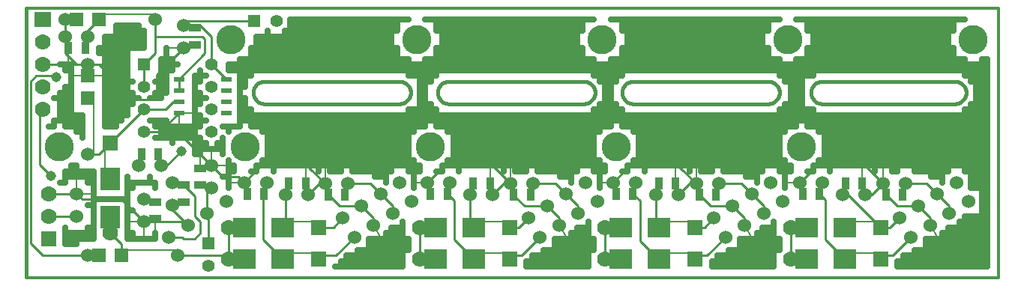
<source format=gtl>
G04 (created by PCBNEW-RS274X (20100406 SVN-R2508)-final) date 6/3/2010 9:59:44 PM*
G01*
G70*
G90*
%MOIN*%
G04 Gerber Fmt 3.4, Leading zero omitted, Abs format*
%FSLAX34Y34*%
G04 APERTURE LIST*
%ADD10C,0.006000*%
%ADD11C,0.012000*%
%ADD12C,0.015000*%
%ADD13C,0.070000*%
%ADD14R,0.070000X0.070000*%
%ADD15R,0.090600X0.098400*%
%ADD16R,0.006000X0.090000*%
%ADD17R,0.098400X0.090600*%
%ADD18R,0.090000X0.006000*%
%ADD19R,0.230000X0.006000*%
%ADD20C,0.060000*%
%ADD21R,0.060000X0.060000*%
%ADD22R,0.006000X0.230000*%
%ADD23C,0.130000*%
%ADD24R,0.055000X0.035000*%
%ADD25R,0.035000X0.055000*%
%ADD26R,0.075000X0.070000*%
%ADD27R,0.055000X0.055000*%
%ADD28C,0.055000*%
%ADD29R,0.045000X0.020000*%
%ADD30C,0.045000*%
%ADD31C,0.010000*%
%ADD32C,0.008000*%
%ADD33C,0.025000*%
G04 APERTURE END LIST*
G54D10*
G54D11*
X64250Y-43250D02*
X21000Y-43250D01*
X64250Y-55250D02*
X64250Y-43250D01*
X21000Y-55250D02*
X64250Y-55250D01*
G54D12*
X21000Y-55200D02*
X21000Y-55000D01*
X54000Y-47500D02*
X48000Y-47500D01*
X31600Y-46500D02*
X31557Y-46502D01*
X31514Y-46508D01*
X31471Y-46518D01*
X31429Y-46531D01*
X31389Y-46547D01*
X31351Y-46567D01*
X31314Y-46591D01*
X31279Y-46617D01*
X31247Y-46647D01*
X31217Y-46679D01*
X31191Y-46714D01*
X31167Y-46751D01*
X31147Y-46789D01*
X31131Y-46829D01*
X31118Y-46871D01*
X31108Y-46914D01*
X31102Y-46957D01*
X31100Y-47000D01*
X31100Y-47000D02*
X31102Y-47043D01*
X31108Y-47086D01*
X31118Y-47129D01*
X31131Y-47171D01*
X31147Y-47211D01*
X31167Y-47249D01*
X31191Y-47286D01*
X31217Y-47321D01*
X31247Y-47353D01*
X31279Y-47383D01*
X31314Y-47409D01*
X31351Y-47433D01*
X31389Y-47453D01*
X31429Y-47469D01*
X31471Y-47482D01*
X31514Y-47492D01*
X31557Y-47498D01*
X31600Y-47500D01*
X37600Y-47500D02*
X37643Y-47498D01*
X37686Y-47492D01*
X37729Y-47482D01*
X37771Y-47469D01*
X37811Y-47453D01*
X37850Y-47433D01*
X37886Y-47409D01*
X37921Y-47383D01*
X37953Y-47353D01*
X37983Y-47321D01*
X38009Y-47286D01*
X38033Y-47249D01*
X38053Y-47211D01*
X38069Y-47171D01*
X38082Y-47129D01*
X38092Y-47086D01*
X38098Y-47043D01*
X38100Y-47000D01*
X38100Y-47000D02*
X38098Y-46957D01*
X38092Y-46914D01*
X38082Y-46871D01*
X38069Y-46829D01*
X38053Y-46789D01*
X38033Y-46751D01*
X38009Y-46714D01*
X37983Y-46679D01*
X37953Y-46647D01*
X37921Y-46617D01*
X37886Y-46591D01*
X37850Y-46567D01*
X37811Y-46547D01*
X37771Y-46531D01*
X37729Y-46518D01*
X37686Y-46508D01*
X37643Y-46502D01*
X37600Y-46500D01*
X39800Y-46500D02*
X39757Y-46502D01*
X39714Y-46508D01*
X39671Y-46518D01*
X39629Y-46531D01*
X39589Y-46547D01*
X39551Y-46567D01*
X39514Y-46591D01*
X39479Y-46617D01*
X39447Y-46647D01*
X39417Y-46679D01*
X39391Y-46714D01*
X39367Y-46751D01*
X39347Y-46789D01*
X39331Y-46829D01*
X39318Y-46871D01*
X39308Y-46914D01*
X39302Y-46957D01*
X39300Y-47000D01*
X39300Y-47000D02*
X39302Y-47043D01*
X39308Y-47086D01*
X39318Y-47129D01*
X39331Y-47171D01*
X39347Y-47211D01*
X39367Y-47249D01*
X39391Y-47286D01*
X39417Y-47321D01*
X39447Y-47353D01*
X39479Y-47383D01*
X39514Y-47409D01*
X39551Y-47433D01*
X39589Y-47453D01*
X39629Y-47469D01*
X39671Y-47482D01*
X39714Y-47492D01*
X39757Y-47498D01*
X39800Y-47500D01*
X45800Y-47500D02*
X45843Y-47498D01*
X45886Y-47492D01*
X45929Y-47482D01*
X45971Y-47469D01*
X46011Y-47453D01*
X46050Y-47433D01*
X46086Y-47409D01*
X46121Y-47383D01*
X46153Y-47353D01*
X46183Y-47321D01*
X46209Y-47286D01*
X46233Y-47249D01*
X46253Y-47211D01*
X46269Y-47171D01*
X46282Y-47129D01*
X46292Y-47086D01*
X46298Y-47043D01*
X46300Y-47000D01*
X46300Y-47000D02*
X46298Y-46957D01*
X46292Y-46914D01*
X46282Y-46871D01*
X46269Y-46829D01*
X46253Y-46789D01*
X46233Y-46751D01*
X46209Y-46714D01*
X46183Y-46679D01*
X46153Y-46647D01*
X46121Y-46617D01*
X46086Y-46591D01*
X46050Y-46567D01*
X46011Y-46547D01*
X45971Y-46531D01*
X45929Y-46518D01*
X45886Y-46508D01*
X45843Y-46502D01*
X45800Y-46500D01*
X48000Y-46500D02*
X47957Y-46502D01*
X47914Y-46508D01*
X47871Y-46518D01*
X47829Y-46531D01*
X47789Y-46547D01*
X47751Y-46567D01*
X47714Y-46591D01*
X47679Y-46617D01*
X47647Y-46647D01*
X47617Y-46679D01*
X47591Y-46714D01*
X47567Y-46751D01*
X47547Y-46789D01*
X47531Y-46829D01*
X47518Y-46871D01*
X47508Y-46914D01*
X47502Y-46957D01*
X47500Y-47000D01*
X47500Y-47000D02*
X47502Y-47043D01*
X47508Y-47086D01*
X47518Y-47129D01*
X47531Y-47171D01*
X47547Y-47211D01*
X47567Y-47249D01*
X47591Y-47286D01*
X47617Y-47321D01*
X47647Y-47353D01*
X47679Y-47383D01*
X47714Y-47409D01*
X47751Y-47433D01*
X47789Y-47453D01*
X47829Y-47469D01*
X47871Y-47482D01*
X47914Y-47492D01*
X47957Y-47498D01*
X48000Y-47500D01*
X54000Y-47500D02*
X54043Y-47498D01*
X54086Y-47492D01*
X54129Y-47482D01*
X54171Y-47469D01*
X54211Y-47453D01*
X54250Y-47433D01*
X54286Y-47409D01*
X54321Y-47383D01*
X54353Y-47353D01*
X54383Y-47321D01*
X54409Y-47286D01*
X54433Y-47249D01*
X54453Y-47211D01*
X54469Y-47171D01*
X54482Y-47129D01*
X54492Y-47086D01*
X54498Y-47043D01*
X54500Y-47000D01*
X54500Y-47000D02*
X54498Y-46957D01*
X54492Y-46914D01*
X54482Y-46871D01*
X54469Y-46829D01*
X54453Y-46789D01*
X54433Y-46751D01*
X54409Y-46714D01*
X54383Y-46679D01*
X54353Y-46647D01*
X54321Y-46617D01*
X54286Y-46591D01*
X54250Y-46567D01*
X54211Y-46547D01*
X54171Y-46531D01*
X54129Y-46518D01*
X54086Y-46508D01*
X54043Y-46502D01*
X54000Y-46500D01*
X55900Y-47000D02*
X55902Y-47043D01*
X55908Y-47086D01*
X55918Y-47129D01*
X55931Y-47171D01*
X55947Y-47211D01*
X55967Y-47249D01*
X55991Y-47286D01*
X56017Y-47321D01*
X56047Y-47353D01*
X56079Y-47383D01*
X56114Y-47409D01*
X56151Y-47433D01*
X56189Y-47453D01*
X56229Y-47469D01*
X56271Y-47482D01*
X56314Y-47492D01*
X56357Y-47498D01*
X56400Y-47500D01*
X56400Y-46500D02*
X56357Y-46502D01*
X56314Y-46508D01*
X56271Y-46518D01*
X56229Y-46531D01*
X56189Y-46547D01*
X56151Y-46567D01*
X56114Y-46591D01*
X56079Y-46617D01*
X56047Y-46647D01*
X56017Y-46679D01*
X55991Y-46714D01*
X55967Y-46751D01*
X55947Y-46789D01*
X55931Y-46829D01*
X55918Y-46871D01*
X55908Y-46914D01*
X55902Y-46957D01*
X55900Y-47000D01*
X62300Y-47500D02*
X62343Y-47498D01*
X62386Y-47492D01*
X62429Y-47482D01*
X62471Y-47469D01*
X62511Y-47453D01*
X62550Y-47433D01*
X62586Y-47409D01*
X62621Y-47383D01*
X62653Y-47353D01*
X62683Y-47321D01*
X62709Y-47286D01*
X62733Y-47249D01*
X62753Y-47211D01*
X62769Y-47171D01*
X62782Y-47129D01*
X62792Y-47086D01*
X62798Y-47043D01*
X62800Y-47000D01*
X62800Y-47000D02*
X62798Y-46957D01*
X62792Y-46914D01*
X62782Y-46871D01*
X62769Y-46829D01*
X62753Y-46789D01*
X62733Y-46751D01*
X62709Y-46714D01*
X62683Y-46679D01*
X62653Y-46647D01*
X62621Y-46617D01*
X62586Y-46591D01*
X62550Y-46567D01*
X62511Y-46547D01*
X62471Y-46531D01*
X62429Y-46518D01*
X62386Y-46508D01*
X62343Y-46502D01*
X62300Y-46500D01*
X31600Y-47500D02*
X37600Y-47500D01*
X37600Y-46500D02*
X31600Y-46500D01*
X39800Y-47500D02*
X45800Y-47500D01*
X45800Y-46500D02*
X39800Y-46500D01*
X54000Y-46500D02*
X48000Y-46500D01*
X56400Y-46500D02*
X62300Y-46500D01*
X62300Y-47500D02*
X56400Y-47500D01*
X21000Y-43250D02*
X21000Y-55000D01*
G54D13*
X24750Y-53250D03*
G54D14*
X24750Y-49250D03*
G54D15*
X24750Y-50850D03*
X24750Y-52550D03*
G54D16*
X24500Y-49950D03*
G54D13*
X55000Y-53000D03*
G54D14*
X59000Y-53000D03*
G54D17*
X57400Y-53000D03*
X55700Y-53000D03*
G54D18*
X58300Y-52750D03*
G54D13*
X55000Y-54400D03*
G54D14*
X59000Y-54400D03*
G54D17*
X57400Y-54400D03*
X55700Y-54400D03*
G54D18*
X58300Y-54150D03*
G54D13*
X46750Y-53000D03*
G54D14*
X50750Y-53000D03*
G54D17*
X49150Y-53000D03*
X47450Y-53000D03*
G54D18*
X50050Y-52750D03*
G54D13*
X46750Y-54400D03*
G54D14*
X50750Y-54400D03*
G54D17*
X49150Y-54400D03*
X47450Y-54400D03*
G54D18*
X50050Y-54150D03*
G54D13*
X38500Y-53000D03*
G54D14*
X42500Y-53000D03*
G54D17*
X40900Y-53000D03*
X39200Y-53000D03*
G54D18*
X41800Y-52750D03*
G54D13*
X38500Y-54400D03*
G54D14*
X42500Y-54400D03*
G54D17*
X40900Y-54400D03*
X39200Y-54400D03*
G54D18*
X41800Y-54150D03*
G54D13*
X30000Y-53000D03*
G54D14*
X34000Y-53000D03*
G54D17*
X32400Y-53000D03*
X30700Y-53000D03*
G54D18*
X33300Y-52750D03*
G54D13*
X30000Y-54400D03*
G54D14*
X34000Y-54400D03*
G54D17*
X32400Y-54400D03*
X30700Y-54400D03*
G54D18*
X33300Y-54150D03*
G54D19*
X26550Y-54000D03*
G54D20*
X23750Y-54250D03*
X27750Y-54250D03*
G54D21*
X25250Y-54250D03*
X24250Y-54250D03*
G54D22*
X24000Y-48550D03*
G54D20*
X23750Y-45750D03*
X23750Y-49750D03*
G54D21*
X23750Y-47250D03*
X23750Y-46250D03*
G54D19*
X25550Y-43500D03*
G54D20*
X22750Y-43750D03*
X26750Y-43750D03*
G54D21*
X24250Y-43750D03*
X23250Y-43750D03*
G54D20*
X37300Y-52375D03*
X36452Y-52905D03*
X35604Y-53435D03*
X38148Y-51845D03*
G54D23*
X38361Y-44637D03*
X30729Y-49407D03*
G54D20*
X45550Y-52375D03*
X44702Y-52905D03*
X43854Y-53435D03*
X46398Y-51845D03*
G54D23*
X46611Y-44637D03*
X38979Y-49407D03*
G54D20*
X53800Y-52375D03*
X52952Y-52905D03*
X52104Y-53435D03*
X54648Y-51845D03*
G54D23*
X54861Y-44637D03*
X47229Y-49407D03*
G54D20*
X62050Y-52375D03*
X61202Y-52905D03*
X60354Y-53435D03*
X62898Y-51845D03*
G54D23*
X63111Y-44637D03*
X55479Y-49407D03*
G54D20*
X29050Y-52375D03*
X28202Y-52905D03*
X27354Y-53435D03*
X29898Y-51845D03*
G54D23*
X30111Y-44637D03*
X22479Y-49407D03*
G54D20*
X61520Y-51527D03*
X60672Y-52057D03*
X59824Y-52587D03*
X62368Y-50997D03*
G54D23*
X63111Y-44637D03*
X55479Y-49407D03*
G54D20*
X53270Y-51527D03*
X52422Y-52057D03*
X51574Y-52587D03*
X54118Y-50997D03*
G54D23*
X54861Y-44637D03*
X47229Y-49407D03*
G54D20*
X45020Y-51527D03*
X44172Y-52057D03*
X43324Y-52587D03*
X45868Y-50997D03*
G54D23*
X46611Y-44637D03*
X38979Y-49407D03*
G54D20*
X36770Y-51527D03*
X35922Y-52057D03*
X35074Y-52587D03*
X37618Y-50997D03*
G54D23*
X38361Y-44637D03*
X30729Y-49407D03*
G54D24*
X28750Y-51125D03*
X28750Y-50375D03*
G54D20*
X29250Y-51250D03*
X29250Y-50250D03*
G54D25*
X51675Y-51550D03*
X50925Y-51550D03*
G54D20*
X51800Y-51050D03*
X50800Y-51050D03*
G54D25*
X32675Y-51050D03*
X33425Y-51050D03*
G54D20*
X32550Y-51550D03*
X33550Y-51550D03*
G54D25*
X39725Y-51500D03*
X38975Y-51500D03*
G54D20*
X39850Y-51000D03*
X38850Y-51000D03*
G54D25*
X31575Y-51500D03*
X30825Y-51500D03*
G54D20*
X31700Y-51000D03*
X30700Y-51000D03*
G54D25*
X40875Y-51050D03*
X41625Y-51050D03*
G54D20*
X40750Y-51550D03*
X41750Y-51550D03*
G54D25*
X43425Y-51550D03*
X42675Y-51550D03*
G54D20*
X43550Y-51050D03*
X42550Y-51050D03*
G54D25*
X35175Y-51550D03*
X34425Y-51550D03*
G54D20*
X35300Y-51050D03*
X34300Y-51050D03*
G54D26*
X21750Y-43750D03*
G54D13*
X21750Y-44750D03*
X21750Y-45740D03*
X21750Y-46760D03*
X21750Y-47750D03*
G54D25*
X47975Y-51500D03*
X47225Y-51500D03*
G54D20*
X48100Y-51000D03*
X47100Y-51000D03*
G54D24*
X26750Y-51875D03*
X26750Y-52625D03*
G54D20*
X26250Y-51750D03*
X26250Y-52750D03*
X23250Y-52500D03*
X23250Y-51500D03*
G54D25*
X23625Y-45000D03*
X22875Y-45000D03*
G54D20*
X23750Y-44500D03*
X22750Y-44500D03*
X26000Y-50250D03*
X27000Y-50250D03*
G54D25*
X26125Y-49750D03*
X26875Y-49750D03*
G54D20*
X26000Y-50250D03*
X27000Y-50250D03*
X28000Y-44000D03*
X28000Y-45000D03*
G54D24*
X28500Y-44125D03*
X28500Y-44875D03*
G54D20*
X28000Y-44000D03*
X28000Y-45000D03*
G54D25*
X56275Y-51500D03*
X55525Y-51500D03*
G54D20*
X56400Y-51000D03*
X55400Y-51000D03*
G54D25*
X57425Y-51050D03*
X58175Y-51050D03*
G54D20*
X57300Y-51550D03*
X58300Y-51550D03*
G54D24*
X28000Y-51125D03*
X28000Y-51875D03*
G54D20*
X27500Y-51000D03*
X27500Y-52000D03*
G54D25*
X49125Y-51050D03*
X49875Y-51050D03*
G54D20*
X49000Y-51550D03*
X50000Y-51550D03*
G54D25*
X59975Y-51550D03*
X59225Y-51550D03*
G54D20*
X60100Y-51050D03*
X59100Y-51050D03*
G54D27*
X26250Y-45750D03*
G54D28*
X26250Y-46750D03*
X26250Y-47750D03*
X26250Y-48750D03*
X29250Y-48750D03*
X29250Y-47750D03*
X29250Y-46750D03*
X29250Y-45750D03*
G54D13*
X22000Y-51500D03*
X22000Y-52500D03*
G54D14*
X22000Y-53500D03*
G54D29*
X29900Y-46400D03*
X27800Y-46400D03*
X29900Y-46900D03*
X29900Y-47400D03*
X29900Y-47900D03*
X27800Y-46900D03*
X27800Y-47400D03*
X27800Y-47900D03*
G54D27*
X31150Y-43800D03*
G54D28*
X32150Y-43800D03*
G54D27*
X29100Y-53700D03*
G54D28*
X29100Y-54700D03*
G54D30*
X22350Y-46300D03*
X22100Y-50700D03*
X27900Y-49600D03*
X29100Y-54700D03*
G54D31*
X29250Y-45750D02*
X29250Y-44500D01*
X21200Y-53700D02*
X21200Y-46500D01*
X21300Y-53800D02*
X21200Y-53700D01*
X21750Y-54250D02*
X21300Y-53800D01*
X29250Y-44500D02*
X28750Y-44000D01*
X21450Y-46250D02*
X22300Y-46250D01*
X22300Y-46250D02*
X22350Y-46300D01*
X23750Y-54250D02*
X21750Y-54250D01*
X29900Y-46400D02*
X29250Y-45750D01*
X31150Y-43800D02*
X28200Y-43800D01*
X28750Y-44000D02*
X28000Y-44000D01*
X28200Y-43800D02*
X28000Y-44000D01*
X21200Y-46500D02*
X21450Y-46250D01*
X51800Y-51050D02*
X52793Y-51050D01*
X52793Y-51050D02*
X53270Y-51527D01*
X45550Y-52375D02*
X45550Y-52057D01*
X45550Y-52057D02*
X45020Y-51527D01*
X43550Y-51050D02*
X44543Y-51050D01*
X44543Y-51050D02*
X45020Y-51527D01*
X36293Y-51050D02*
X36770Y-51527D01*
X29100Y-53700D02*
X29100Y-52425D01*
X29100Y-52425D02*
X29050Y-52375D01*
X21600Y-50200D02*
X21600Y-47900D01*
X22100Y-50700D02*
X21600Y-50200D01*
X29050Y-51450D02*
X29250Y-51250D01*
X29050Y-52375D02*
X29050Y-51450D01*
X37300Y-52057D02*
X36770Y-51527D01*
X37300Y-52375D02*
X37300Y-52057D01*
X22000Y-52500D02*
X23250Y-52500D01*
X62050Y-52375D02*
X62050Y-52057D01*
X62050Y-52057D02*
X61520Y-51527D01*
X60100Y-51050D02*
X61043Y-51050D01*
X61043Y-51050D02*
X61520Y-51527D01*
X53800Y-52375D02*
X53800Y-52057D01*
X53800Y-52057D02*
X53270Y-51527D01*
X35300Y-51050D02*
X36293Y-51050D01*
X21600Y-47900D02*
X21750Y-47750D01*
X52415Y-52050D02*
X51425Y-52050D01*
X52952Y-52587D02*
X52415Y-52050D01*
X33300Y-50050D02*
X33650Y-50400D01*
X51425Y-52050D02*
X50925Y-51550D01*
X52952Y-52905D02*
X52952Y-52587D01*
X42550Y-51050D02*
X42250Y-51050D01*
X42250Y-51050D02*
X41750Y-51550D01*
X44702Y-52905D02*
X44702Y-52587D01*
X44702Y-52587D02*
X44172Y-52057D01*
X44172Y-52057D02*
X43157Y-52057D01*
X42675Y-51575D02*
X42675Y-51550D01*
X43157Y-52057D02*
X42675Y-51575D01*
X30700Y-51000D02*
X31650Y-50050D01*
X31650Y-50050D02*
X33300Y-50050D01*
X41900Y-50400D02*
X42550Y-51050D01*
X34300Y-51050D02*
X34050Y-51050D01*
X34050Y-51050D02*
X33550Y-51550D01*
X36452Y-52905D02*
X36452Y-52587D01*
X34925Y-52050D02*
X34425Y-51550D01*
X35915Y-52050D02*
X34925Y-52050D01*
X36452Y-52587D02*
X35915Y-52050D01*
X39700Y-50150D02*
X41650Y-50150D01*
X22000Y-51500D02*
X23250Y-51500D01*
X22750Y-44500D02*
X22750Y-43750D01*
X22750Y-44500D02*
X22750Y-45250D01*
X23250Y-45750D02*
X23750Y-45750D01*
X22750Y-45250D02*
X23250Y-45750D01*
X23750Y-45750D02*
X21750Y-45750D01*
X26250Y-48750D02*
X27750Y-48750D01*
X30450Y-50750D02*
X30700Y-51000D01*
X29750Y-50750D02*
X30450Y-50750D01*
X27750Y-48750D02*
X29750Y-50750D01*
X26250Y-52750D02*
X28047Y-52750D01*
X28047Y-52750D02*
X28202Y-52905D01*
X27500Y-52000D02*
X27500Y-52203D01*
X27500Y-52203D02*
X28202Y-52905D01*
X26250Y-52750D02*
X25250Y-51750D01*
X23500Y-51750D02*
X23250Y-51500D01*
X25250Y-51750D02*
X23500Y-51750D01*
X23750Y-45750D02*
X24250Y-45750D01*
X26800Y-46200D02*
X28000Y-45000D01*
X26800Y-47000D02*
X26800Y-46200D01*
X26500Y-47300D02*
X26800Y-47000D01*
X25800Y-47300D02*
X26500Y-47300D01*
X24250Y-45750D02*
X25800Y-47300D01*
X41650Y-50150D02*
X39500Y-48000D01*
X33650Y-50350D02*
X33650Y-50400D01*
X36000Y-48000D02*
X33650Y-50350D01*
X36000Y-48000D02*
X38750Y-48000D01*
X38750Y-48000D02*
X39500Y-48000D01*
X49600Y-49850D02*
X47750Y-48000D01*
X41900Y-50350D02*
X41900Y-50400D01*
X44250Y-48000D02*
X41900Y-50350D01*
X44250Y-48000D02*
X47000Y-48000D01*
X47000Y-48000D02*
X47750Y-48000D01*
X58150Y-50100D02*
X56050Y-48000D01*
X50150Y-50350D02*
X50150Y-50400D01*
X52500Y-48000D02*
X50150Y-50350D01*
X52500Y-48000D02*
X55250Y-48000D01*
X50500Y-51050D02*
X50000Y-51550D01*
X26250Y-48750D02*
X26950Y-48750D01*
X26950Y-48750D02*
X27800Y-47900D01*
X38850Y-51000D02*
X39700Y-50150D01*
X41650Y-50150D02*
X41900Y-50400D01*
X33650Y-50400D02*
X34300Y-51050D01*
X55400Y-51000D02*
X56300Y-50100D01*
X56300Y-50100D02*
X58150Y-50100D01*
X58150Y-50100D02*
X58400Y-50350D01*
X58400Y-50350D02*
X59100Y-51050D01*
X58300Y-51550D02*
X58600Y-51550D01*
X58600Y-51550D02*
X59100Y-51050D01*
X61202Y-52905D02*
X61202Y-52587D01*
X59725Y-52050D02*
X59225Y-51550D01*
X60665Y-52050D02*
X59725Y-52050D01*
X61202Y-52587D02*
X60665Y-52050D01*
X47100Y-51000D02*
X48250Y-49850D01*
X48250Y-49850D02*
X49600Y-49850D01*
X49600Y-49850D02*
X50150Y-50400D01*
X50150Y-50400D02*
X50800Y-51050D01*
X50800Y-51050D02*
X50500Y-51050D01*
X55250Y-48000D02*
X56050Y-48000D01*
X31550Y-53550D02*
X31550Y-51525D01*
X31550Y-51525D02*
X31575Y-51500D01*
X34000Y-54250D02*
X34789Y-54250D01*
X34789Y-54250D02*
X35604Y-53435D01*
X32400Y-54400D02*
X31550Y-53550D01*
X34000Y-53000D02*
X34661Y-53000D01*
X34661Y-53000D02*
X35074Y-52587D01*
X32550Y-51550D02*
X32550Y-52850D01*
X32550Y-52850D02*
X32400Y-53000D01*
X43039Y-54250D02*
X43854Y-53435D01*
X42500Y-54250D02*
X43039Y-54250D01*
X40900Y-54400D02*
X40050Y-53550D01*
X40050Y-53550D02*
X40050Y-51825D01*
X40050Y-51825D02*
X39725Y-51500D01*
X42911Y-53000D02*
X43324Y-52587D01*
X40750Y-52850D02*
X40900Y-53000D01*
X40750Y-51550D02*
X40750Y-52850D01*
X42500Y-53000D02*
X42911Y-53000D01*
X51289Y-54250D02*
X52104Y-53435D01*
X48300Y-51825D02*
X47975Y-51500D01*
X48300Y-53600D02*
X48300Y-51825D01*
X49100Y-54400D02*
X48300Y-53600D01*
X50750Y-54250D02*
X51289Y-54250D01*
X49150Y-54400D02*
X49100Y-54400D01*
X49000Y-52850D02*
X49150Y-53000D01*
X49000Y-51550D02*
X49000Y-52850D01*
X51161Y-53000D02*
X51574Y-52587D01*
X50750Y-53000D02*
X51161Y-53000D01*
X56550Y-53550D02*
X56550Y-51775D01*
X56550Y-51775D02*
X56275Y-51500D01*
X59000Y-54250D02*
X59539Y-54250D01*
X57400Y-54400D02*
X56550Y-53550D01*
X59539Y-54250D02*
X60354Y-53435D01*
X59000Y-53000D02*
X59411Y-53000D01*
X57300Y-51550D02*
X57550Y-51550D01*
X59411Y-53000D02*
X59824Y-52587D01*
X57550Y-51550D02*
X59000Y-53000D01*
X28500Y-51625D02*
X28000Y-51125D01*
X28500Y-52500D02*
X28500Y-51625D01*
X28750Y-52750D02*
X28500Y-52500D01*
X28750Y-53250D02*
X28750Y-52750D01*
X28500Y-53500D02*
X28750Y-53250D01*
X28000Y-53500D02*
X28500Y-53500D01*
X27935Y-53435D02*
X28000Y-53500D01*
X27354Y-53435D02*
X27935Y-53435D01*
X27250Y-50250D02*
X27000Y-50250D01*
X27900Y-49600D02*
X27250Y-50250D01*
X38500Y-54400D02*
X38500Y-53000D01*
X25250Y-54250D02*
X25250Y-53750D01*
X29850Y-54250D02*
X30000Y-54100D01*
X46750Y-54400D02*
X46750Y-53000D01*
X55000Y-54400D02*
X55000Y-53000D01*
X30000Y-53000D02*
X30000Y-54400D01*
X25250Y-53750D02*
X24750Y-53250D01*
X30000Y-54100D02*
X30000Y-53000D01*
X27750Y-54250D02*
X29850Y-54250D01*
X24250Y-49750D02*
X24750Y-49250D01*
X24750Y-49250D02*
X26250Y-47750D01*
X27800Y-47400D02*
X27550Y-47400D01*
X27200Y-47750D02*
X26250Y-47750D01*
X27550Y-47400D02*
X27200Y-47750D01*
X23750Y-49750D02*
X24250Y-49750D01*
X26750Y-43750D02*
X26750Y-44500D01*
X26750Y-44500D02*
X26750Y-45250D01*
X26750Y-45250D02*
X26250Y-45750D01*
X28950Y-45250D02*
X28950Y-44600D01*
X23750Y-44500D02*
X23750Y-44250D01*
X23750Y-44250D02*
X24250Y-43750D01*
X27800Y-46400D02*
X27800Y-46900D01*
X27800Y-46400D02*
X28950Y-45250D01*
X28850Y-44500D02*
X26750Y-44500D01*
X26250Y-45750D02*
X26250Y-46750D01*
X28950Y-44600D02*
X28850Y-44500D01*
G54D32*
X27800Y-47900D02*
X27800Y-48400D01*
X27800Y-47900D02*
X28425Y-47900D01*
X26250Y-48750D02*
X26925Y-48750D01*
X59100Y-51050D02*
X59100Y-50350D01*
X49875Y-51050D02*
X49875Y-50375D01*
X58175Y-51050D02*
X58175Y-50375D01*
X55400Y-51000D02*
X54700Y-51000D01*
X28000Y-45000D02*
X27300Y-45000D01*
X28000Y-45000D02*
X27300Y-45000D01*
X22875Y-45000D02*
X22875Y-45675D01*
X23250Y-51500D02*
X23250Y-50800D01*
X23250Y-51500D02*
X23950Y-51500D01*
X26250Y-52750D02*
X26250Y-53450D01*
X26250Y-52750D02*
X25550Y-52750D01*
X26750Y-52625D02*
X26750Y-53200D01*
X47100Y-51000D02*
X46400Y-51000D01*
X21750Y-45740D02*
X22500Y-45740D01*
X34300Y-51050D02*
X34300Y-50350D01*
X42550Y-51050D02*
X42550Y-50350D01*
X41625Y-51050D02*
X41625Y-50375D01*
X30700Y-51000D02*
X30000Y-51000D01*
X38850Y-51000D02*
X38150Y-51000D01*
X33425Y-51050D02*
X33425Y-50375D01*
X50800Y-51050D02*
X50800Y-50350D01*
X29250Y-50250D02*
X29250Y-49550D01*
X29250Y-50250D02*
X29950Y-50250D01*
X28750Y-50375D02*
X28750Y-49800D01*
X61202Y-52905D02*
X61573Y-53499D01*
X36452Y-52905D02*
X36823Y-53499D01*
X23750Y-46250D02*
X23050Y-46250D01*
X23750Y-46250D02*
X24450Y-46250D01*
X23750Y-45750D02*
X23050Y-45750D01*
X23750Y-45750D02*
X24450Y-45750D01*
G54D33*
X63750Y-45500D02*
X63750Y-54750D01*
X63500Y-45500D02*
X63500Y-54750D01*
X63250Y-52500D02*
X63250Y-54750D01*
X63250Y-45750D02*
X63250Y-51250D01*
X63000Y-52500D02*
X63000Y-54750D01*
X63000Y-47500D02*
X63000Y-51250D01*
X63000Y-45750D02*
X63000Y-46500D01*
X62750Y-52500D02*
X62750Y-54750D01*
X62750Y-47750D02*
X62750Y-50500D01*
X62750Y-45500D02*
X62750Y-46250D01*
X62500Y-52750D02*
X62500Y-54750D01*
X62500Y-48000D02*
X62500Y-50250D01*
X62500Y-45500D02*
X62500Y-46000D01*
X62250Y-53000D02*
X62250Y-54750D01*
X62250Y-48000D02*
X62250Y-50250D01*
X62250Y-45000D02*
X62250Y-46000D01*
X62250Y-43750D02*
X62250Y-44250D01*
X62000Y-53000D02*
X62000Y-54750D01*
X62000Y-48000D02*
X62000Y-50500D01*
X62000Y-43750D02*
X62000Y-46000D01*
X61750Y-53250D02*
X61750Y-54750D01*
X61750Y-48000D02*
X61750Y-51000D01*
X61750Y-43750D02*
X61750Y-46000D01*
X61500Y-53500D02*
X61500Y-54750D01*
X61500Y-48000D02*
X61500Y-50750D01*
X61500Y-43750D02*
X61500Y-46000D01*
X61250Y-53500D02*
X61250Y-54750D01*
X61250Y-48000D02*
X61250Y-50750D01*
X61250Y-43750D02*
X61250Y-46000D01*
X61000Y-53500D02*
X61000Y-54750D01*
X61000Y-48000D02*
X61000Y-50500D01*
X61000Y-43750D02*
X61000Y-46000D01*
X60750Y-54000D02*
X60750Y-54750D01*
X60750Y-48000D02*
X60750Y-50500D01*
X60750Y-43750D02*
X60750Y-46000D01*
X60500Y-54000D02*
X60500Y-54750D01*
X60500Y-48000D02*
X60500Y-50500D01*
X60500Y-43750D02*
X60500Y-46000D01*
X60250Y-54250D02*
X60250Y-54750D01*
X60250Y-48000D02*
X60250Y-50250D01*
X60250Y-43750D02*
X60250Y-46000D01*
X60000Y-54250D02*
X60000Y-54750D01*
X60000Y-48000D02*
X60000Y-50250D01*
X60000Y-43750D02*
X60000Y-46000D01*
X59750Y-54500D02*
X59750Y-54750D01*
X59750Y-48000D02*
X59750Y-50500D01*
X59750Y-43750D02*
X59750Y-46000D01*
X59500Y-48000D02*
X59500Y-50500D01*
X59500Y-43750D02*
X59500Y-46000D01*
X59250Y-48000D02*
X59250Y-50250D01*
X59250Y-43750D02*
X59250Y-46000D01*
X59000Y-48000D02*
X59000Y-50250D01*
X59000Y-43750D02*
X59000Y-46000D01*
X58750Y-48000D02*
X58750Y-50500D01*
X58750Y-43750D02*
X58750Y-46000D01*
X58500Y-48000D02*
X58500Y-50250D01*
X58500Y-43750D02*
X58500Y-46000D01*
X58250Y-48000D02*
X58250Y-50250D01*
X58250Y-43750D02*
X58250Y-46000D01*
X58000Y-48000D02*
X58000Y-50250D01*
X58000Y-43750D02*
X58000Y-46000D01*
X57750Y-48000D02*
X57750Y-50250D01*
X57750Y-43750D02*
X57750Y-46000D01*
X57500Y-48000D02*
X57500Y-50250D01*
X57500Y-43750D02*
X57500Y-46000D01*
X57250Y-48000D02*
X57250Y-50250D01*
X57250Y-43750D02*
X57250Y-46000D01*
X57000Y-48000D02*
X57000Y-50250D01*
X57000Y-43750D02*
X57000Y-46000D01*
X56750Y-48000D02*
X56750Y-50500D01*
X56750Y-43750D02*
X56750Y-46000D01*
X56500Y-48000D02*
X56500Y-50250D01*
X56500Y-43750D02*
X56500Y-46000D01*
X56250Y-50000D02*
X56250Y-50250D01*
X56250Y-48000D02*
X56250Y-48750D01*
X56250Y-43750D02*
X56250Y-46000D01*
X56000Y-50250D02*
X56000Y-50500D01*
X56000Y-47750D02*
X56000Y-48500D01*
X56000Y-43750D02*
X56000Y-46250D01*
X55750Y-47750D02*
X55750Y-48500D01*
X55750Y-45000D02*
X55750Y-46250D01*
X55750Y-43750D02*
X55750Y-44250D01*
X55500Y-45500D02*
X55500Y-48250D01*
X55250Y-45500D02*
X55250Y-48500D01*
X55000Y-50250D02*
X55000Y-50500D01*
X55000Y-45750D02*
X55000Y-48500D01*
X54750Y-50000D02*
X54750Y-51250D01*
X54750Y-47500D02*
X54750Y-48750D01*
X54750Y-45750D02*
X54750Y-46500D01*
X54500Y-47750D02*
X54500Y-50500D01*
X54500Y-45500D02*
X54500Y-46250D01*
X54250Y-48000D02*
X54250Y-50250D01*
X54250Y-45500D02*
X54250Y-46000D01*
X54000Y-48000D02*
X54000Y-50250D01*
X54000Y-45000D02*
X54000Y-46000D01*
X54000Y-43750D02*
X54000Y-44250D01*
X53750Y-48000D02*
X53750Y-50500D01*
X53750Y-43750D02*
X53750Y-46000D01*
X53500Y-48000D02*
X53500Y-51000D01*
X53500Y-43750D02*
X53500Y-46000D01*
X53250Y-48000D02*
X53250Y-50750D01*
X53250Y-43750D02*
X53250Y-46000D01*
X53000Y-48000D02*
X53000Y-50750D01*
X53000Y-43750D02*
X53000Y-46000D01*
X52750Y-48000D02*
X52750Y-50500D01*
X52750Y-43750D02*
X52750Y-46000D01*
X52500Y-48000D02*
X52500Y-50500D01*
X52500Y-43750D02*
X52500Y-46000D01*
X52250Y-48000D02*
X52250Y-50500D01*
X52250Y-43750D02*
X52250Y-46000D01*
X52000Y-48000D02*
X52000Y-50500D01*
X52000Y-43750D02*
X52000Y-46000D01*
X51750Y-48000D02*
X51750Y-50250D01*
X51750Y-43750D02*
X51750Y-46000D01*
X51500Y-48000D02*
X51500Y-50500D01*
X51500Y-43750D02*
X51500Y-46000D01*
X51250Y-48000D02*
X51250Y-50500D01*
X51250Y-43750D02*
X51250Y-46000D01*
X51000Y-48000D02*
X51000Y-50500D01*
X51000Y-43750D02*
X51000Y-46000D01*
X50750Y-48000D02*
X50750Y-50250D01*
X50750Y-43750D02*
X50750Y-46000D01*
X50500Y-48000D02*
X50500Y-50500D01*
X50500Y-43750D02*
X50500Y-46000D01*
X50250Y-48000D02*
X50250Y-50250D01*
X50250Y-43750D02*
X50250Y-46000D01*
X50000Y-48000D02*
X50000Y-50250D01*
X50000Y-43750D02*
X50000Y-46000D01*
X49750Y-48000D02*
X49750Y-50250D01*
X49750Y-43750D02*
X49750Y-46000D01*
X49500Y-48000D02*
X49500Y-50250D01*
X49500Y-43750D02*
X49500Y-46000D01*
X49250Y-48000D02*
X49250Y-50250D01*
X49250Y-43750D02*
X49250Y-46000D01*
X49000Y-48000D02*
X49000Y-50250D01*
X49000Y-43750D02*
X49000Y-46000D01*
X48750Y-48000D02*
X48750Y-50250D01*
X48750Y-43750D02*
X48750Y-46000D01*
X48500Y-48000D02*
X48500Y-50500D01*
X48500Y-43750D02*
X48500Y-46000D01*
X48250Y-48000D02*
X48250Y-50250D01*
X48250Y-43750D02*
X48250Y-46000D01*
X48000Y-50000D02*
X48000Y-50250D01*
X48000Y-48000D02*
X48000Y-48750D01*
X48000Y-43750D02*
X48000Y-46000D01*
X47750Y-50250D02*
X47750Y-50500D01*
X47750Y-48000D02*
X47750Y-48500D01*
X47750Y-43750D02*
X47750Y-46000D01*
X47500Y-47750D02*
X47500Y-48500D01*
X47500Y-45000D02*
X47500Y-46250D01*
X47500Y-43750D02*
X47500Y-44250D01*
X47250Y-47500D02*
X47250Y-48250D01*
X47250Y-45500D02*
X47250Y-46500D01*
X47000Y-45500D02*
X47000Y-48500D01*
X46750Y-50250D02*
X46750Y-50500D01*
X46750Y-45750D02*
X46750Y-48500D01*
X46500Y-50000D02*
X46500Y-51250D01*
X46500Y-47500D02*
X46500Y-48750D01*
X46500Y-45750D02*
X46500Y-46500D01*
X46250Y-47750D02*
X46250Y-50500D01*
X46250Y-45500D02*
X46250Y-46250D01*
X46000Y-48000D02*
X46000Y-50250D01*
X46000Y-45500D02*
X46000Y-46000D01*
X45750Y-48000D02*
X45750Y-50250D01*
X45750Y-45000D02*
X45750Y-46000D01*
X45750Y-43750D02*
X45750Y-44250D01*
X45500Y-48000D02*
X45500Y-50500D01*
X45500Y-43750D02*
X45500Y-46000D01*
X45250Y-48000D02*
X45250Y-51000D01*
X45250Y-43750D02*
X45250Y-46000D01*
X45000Y-48000D02*
X45000Y-50750D01*
X45000Y-43750D02*
X45000Y-46000D01*
X44750Y-48000D02*
X44750Y-50750D01*
X44750Y-43750D02*
X44750Y-46000D01*
X44500Y-48000D02*
X44500Y-50500D01*
X44500Y-43750D02*
X44500Y-46000D01*
X44250Y-48000D02*
X44250Y-50500D01*
X44250Y-43750D02*
X44250Y-46000D01*
X44000Y-48000D02*
X44000Y-50500D01*
X44000Y-43750D02*
X44000Y-46000D01*
X43750Y-48000D02*
X43750Y-50500D01*
X43750Y-43750D02*
X43750Y-46000D01*
X43500Y-48000D02*
X43500Y-50250D01*
X43500Y-43750D02*
X43500Y-46000D01*
X43250Y-48000D02*
X43250Y-50500D01*
X43250Y-43750D02*
X43250Y-46000D01*
X43000Y-48000D02*
X43000Y-50500D01*
X43000Y-43750D02*
X43000Y-46000D01*
X42750Y-48000D02*
X42750Y-50500D01*
X42750Y-43750D02*
X42750Y-46000D01*
X42500Y-48000D02*
X42500Y-50250D01*
X42500Y-43750D02*
X42500Y-46000D01*
X42250Y-48000D02*
X42250Y-50500D01*
X42250Y-43750D02*
X42250Y-46000D01*
X42000Y-48000D02*
X42000Y-50250D01*
X42000Y-43750D02*
X42000Y-46000D01*
X41750Y-48000D02*
X41750Y-50250D01*
X41750Y-43750D02*
X41750Y-46000D01*
X41500Y-48000D02*
X41500Y-50250D01*
X41500Y-43750D02*
X41500Y-46000D01*
X41250Y-48000D02*
X41250Y-50250D01*
X41250Y-43750D02*
X41250Y-46000D01*
X41000Y-48000D02*
X41000Y-50250D01*
X41000Y-43750D02*
X41000Y-46000D01*
X40750Y-48000D02*
X40750Y-50250D01*
X40750Y-43750D02*
X40750Y-46000D01*
X40500Y-48000D02*
X40500Y-50250D01*
X40500Y-43750D02*
X40500Y-46000D01*
X40250Y-48000D02*
X40250Y-50500D01*
X40250Y-43750D02*
X40250Y-46000D01*
X40000Y-48000D02*
X40000Y-50250D01*
X40000Y-43750D02*
X40000Y-46000D01*
X39750Y-50000D02*
X39750Y-50250D01*
X39750Y-48000D02*
X39750Y-48750D01*
X39750Y-43750D02*
X39750Y-46000D01*
X39500Y-50250D02*
X39500Y-50500D01*
X39500Y-48000D02*
X39500Y-48500D01*
X39500Y-43750D02*
X39500Y-46000D01*
X39250Y-47750D02*
X39250Y-48500D01*
X39250Y-45000D02*
X39250Y-46250D01*
X39250Y-43750D02*
X39250Y-44250D01*
X39000Y-47500D02*
X39000Y-48250D01*
X39000Y-45500D02*
X39000Y-46500D01*
X38750Y-45500D02*
X38750Y-48500D01*
X38500Y-50250D02*
X38500Y-50500D01*
X38500Y-45750D02*
X38500Y-48500D01*
X38250Y-50000D02*
X38250Y-51250D01*
X38250Y-47750D02*
X38250Y-48750D01*
X38250Y-45750D02*
X38250Y-46250D01*
X38000Y-53500D02*
X38000Y-54000D01*
X38000Y-47750D02*
X38000Y-50500D01*
X38000Y-45500D02*
X38000Y-46250D01*
X37750Y-52750D02*
X37750Y-54750D01*
X37750Y-48000D02*
X37750Y-50250D01*
X37750Y-45500D02*
X37750Y-46000D01*
X37500Y-53000D02*
X37500Y-54750D01*
X37500Y-48000D02*
X37500Y-50250D01*
X37500Y-45000D02*
X37500Y-46000D01*
X37500Y-43750D02*
X37500Y-44250D01*
X37250Y-53000D02*
X37250Y-54750D01*
X37250Y-48000D02*
X37250Y-50500D01*
X37250Y-43750D02*
X37250Y-46000D01*
X37000Y-53250D02*
X37000Y-54750D01*
X37000Y-48000D02*
X37000Y-51000D01*
X37000Y-43750D02*
X37000Y-46000D01*
X36750Y-53500D02*
X36750Y-54750D01*
X36750Y-48000D02*
X36750Y-50750D01*
X36750Y-43750D02*
X36750Y-46000D01*
X36500Y-53500D02*
X36500Y-54750D01*
X36500Y-48000D02*
X36500Y-50750D01*
X36500Y-43750D02*
X36500Y-46000D01*
X36250Y-53500D02*
X36250Y-54750D01*
X36250Y-48000D02*
X36250Y-50500D01*
X36250Y-43750D02*
X36250Y-46000D01*
X36000Y-54000D02*
X36000Y-54750D01*
X36000Y-48000D02*
X36000Y-50500D01*
X36000Y-43750D02*
X36000Y-46000D01*
X35750Y-54000D02*
X35750Y-54750D01*
X35750Y-48000D02*
X35750Y-50500D01*
X35750Y-43750D02*
X35750Y-46000D01*
X35500Y-54250D02*
X35500Y-54750D01*
X35500Y-48000D02*
X35500Y-50500D01*
X35500Y-43750D02*
X35500Y-46000D01*
X35250Y-54250D02*
X35250Y-54750D01*
X35250Y-48000D02*
X35250Y-50250D01*
X35250Y-43750D02*
X35250Y-46000D01*
X35000Y-54500D02*
X35000Y-54750D01*
X35000Y-48000D02*
X35000Y-50500D01*
X35000Y-43750D02*
X35000Y-46000D01*
X34750Y-48000D02*
X34750Y-50500D01*
X34750Y-43750D02*
X34750Y-46000D01*
X34500Y-48000D02*
X34500Y-50500D01*
X34500Y-43750D02*
X34500Y-46000D01*
X34250Y-48000D02*
X34250Y-50250D01*
X34250Y-43750D02*
X34250Y-46000D01*
X34000Y-48000D02*
X34000Y-50500D01*
X34000Y-43750D02*
X34000Y-46000D01*
X33750Y-48000D02*
X33750Y-50250D01*
X33750Y-43750D02*
X33750Y-46000D01*
X33500Y-48000D02*
X33500Y-50250D01*
X33500Y-43750D02*
X33500Y-46000D01*
X33250Y-48000D02*
X33250Y-50250D01*
X33250Y-43750D02*
X33250Y-46000D01*
X33000Y-48000D02*
X33000Y-50250D01*
X33000Y-43750D02*
X33000Y-46000D01*
X32750Y-48000D02*
X32750Y-50250D01*
X32750Y-43750D02*
X32750Y-46000D01*
X32500Y-48000D02*
X32500Y-50250D01*
X32500Y-44250D02*
X32500Y-46000D01*
X32250Y-48000D02*
X32250Y-50250D01*
X32250Y-44500D02*
X32250Y-46000D01*
X32000Y-48000D02*
X32000Y-50500D01*
X32000Y-44500D02*
X32000Y-46000D01*
X31750Y-48000D02*
X31750Y-50250D01*
X31750Y-44250D02*
X31750Y-46000D01*
X31500Y-50000D02*
X31500Y-50250D01*
X31500Y-48000D02*
X31500Y-48750D01*
X31500Y-44500D02*
X31500Y-46000D01*
X31250Y-50250D02*
X31250Y-50500D01*
X31250Y-48000D02*
X31250Y-48500D01*
X31250Y-44500D02*
X31250Y-46000D01*
X31000Y-47750D02*
X31000Y-48500D01*
X31000Y-45000D02*
X31000Y-46250D01*
X30750Y-47250D02*
X30750Y-48250D01*
X30750Y-45500D02*
X30750Y-46750D01*
X30500Y-45500D02*
X30500Y-48500D01*
X30250Y-50250D02*
X30250Y-50500D01*
X30250Y-45750D02*
X30250Y-46000D01*
X30000Y-50000D02*
X30000Y-51250D01*
X30000Y-48500D02*
X30000Y-48750D01*
X30000Y-45750D02*
X30000Y-46000D01*
X29750Y-49000D02*
X29750Y-49750D01*
X29500Y-49250D02*
X29500Y-49500D01*
X29000Y-49250D02*
X29000Y-49500D01*
X28750Y-49000D02*
X28750Y-49750D01*
X28750Y-48000D02*
X28750Y-48500D01*
X28750Y-47000D02*
X28750Y-47500D01*
X28750Y-46000D02*
X28750Y-46500D01*
X28500Y-46250D02*
X28500Y-49750D01*
X28250Y-48500D02*
X28250Y-49000D01*
X28000Y-48500D02*
X28000Y-49000D01*
X27750Y-48500D02*
X27750Y-49000D01*
X27500Y-48500D02*
X27500Y-49250D01*
X27500Y-45500D02*
X27500Y-46000D01*
X27250Y-48250D02*
X27250Y-49000D01*
X27250Y-45000D02*
X27250Y-47000D01*
X27000Y-48250D02*
X27000Y-49000D01*
X27000Y-45500D02*
X27000Y-47250D01*
X26750Y-53250D02*
X26750Y-53500D01*
X26750Y-51000D02*
X26750Y-51250D01*
X26750Y-48250D02*
X26750Y-48500D01*
X26750Y-47000D02*
X26750Y-47250D01*
X26500Y-50750D02*
X26500Y-51000D01*
X26250Y-44250D02*
X26250Y-45000D01*
X26000Y-44000D02*
X26000Y-45000D01*
X25750Y-53250D02*
X25750Y-53500D01*
X25750Y-51000D02*
X25750Y-51250D01*
X25750Y-47000D02*
X25750Y-47500D01*
X25750Y-44000D02*
X25750Y-45000D01*
X25500Y-50750D02*
X25500Y-53500D01*
X25500Y-44000D02*
X25500Y-48000D01*
X25250Y-44000D02*
X25250Y-48250D01*
X25000Y-44000D02*
X25000Y-48500D01*
X24750Y-44500D02*
X24750Y-48500D01*
X24500Y-44500D02*
X24500Y-48500D01*
X24250Y-45000D02*
X24250Y-45250D01*
X24000Y-50500D02*
X24000Y-53500D01*
X23750Y-53000D02*
X23750Y-53500D01*
X23750Y-50500D02*
X23750Y-51000D01*
X23500Y-53250D02*
X23500Y-53500D01*
X23500Y-50500D02*
X23500Y-50750D01*
X23500Y-48000D02*
X23500Y-49000D01*
X23250Y-53250D02*
X23250Y-53750D01*
X23250Y-50250D02*
X23250Y-50750D01*
X23250Y-48000D02*
X23250Y-48750D01*
X23000Y-53250D02*
X23000Y-53750D01*
X23000Y-50250D02*
X23000Y-50750D01*
X23000Y-45750D02*
X23000Y-48500D01*
X22750Y-53000D02*
X22750Y-53750D01*
X22750Y-50500D02*
X22750Y-51000D01*
X22750Y-46750D02*
X22750Y-48500D01*
X22750Y-45750D02*
X22750Y-46000D01*
X22500Y-47000D02*
X22500Y-48250D01*
X22250Y-48250D02*
X22250Y-48500D01*
X59750Y-54750D02*
X63750Y-54750D01*
X34750Y-54750D02*
X37750Y-54750D01*
X59750Y-54500D02*
X63750Y-54500D01*
X35000Y-54500D02*
X37750Y-54500D01*
X60000Y-54250D02*
X63750Y-54250D01*
X35250Y-54250D02*
X37750Y-54250D01*
X60500Y-54000D02*
X63750Y-54000D01*
X35750Y-54000D02*
X38000Y-54000D01*
X61000Y-53750D02*
X63750Y-53750D01*
X36250Y-53750D02*
X38000Y-53750D01*
X22750Y-53750D02*
X23250Y-53750D01*
X61000Y-53500D02*
X63750Y-53500D01*
X36250Y-53500D02*
X38000Y-53500D01*
X25500Y-53500D02*
X26750Y-53500D01*
X22750Y-53500D02*
X24000Y-53500D01*
X61750Y-53250D02*
X63750Y-53250D01*
X37000Y-53250D02*
X37750Y-53250D01*
X25500Y-53250D02*
X25750Y-53250D01*
X22750Y-53250D02*
X24000Y-53250D01*
X62000Y-53000D02*
X63750Y-53000D01*
X37250Y-53000D02*
X37750Y-53000D01*
X23750Y-53000D02*
X24000Y-53000D01*
X62500Y-52750D02*
X63750Y-52750D01*
X62750Y-52500D02*
X63750Y-52500D01*
X63500Y-52250D02*
X63750Y-52250D01*
X25500Y-52250D02*
X25750Y-52250D01*
X63500Y-52000D02*
X63750Y-52000D01*
X23750Y-52000D02*
X24000Y-52000D01*
X63500Y-51750D02*
X63750Y-51750D01*
X24000Y-51750D02*
X25500Y-51750D01*
X63500Y-51500D02*
X63750Y-51500D01*
X63000Y-51250D02*
X63750Y-51250D01*
X25500Y-51250D02*
X25750Y-51250D01*
X63000Y-51000D02*
X63750Y-51000D01*
X25500Y-51000D02*
X26750Y-51000D01*
X23750Y-51000D02*
X24000Y-51000D01*
X22500Y-51000D02*
X22750Y-51000D01*
X63000Y-50750D02*
X63750Y-50750D01*
X61250Y-50750D02*
X61750Y-50750D01*
X53000Y-50750D02*
X53500Y-50750D01*
X44750Y-50750D02*
X45250Y-50750D01*
X36500Y-50750D02*
X37000Y-50750D01*
X29750Y-50750D02*
X30000Y-50750D01*
X22750Y-50750D02*
X24000Y-50750D01*
X62750Y-50500D02*
X63750Y-50500D01*
X60500Y-50500D02*
X62000Y-50500D01*
X59500Y-50500D02*
X59750Y-50500D01*
X55750Y-50500D02*
X56000Y-50500D01*
X54500Y-50500D02*
X55000Y-50500D01*
X52000Y-50500D02*
X53750Y-50500D01*
X51000Y-50500D02*
X51500Y-50500D01*
X47500Y-50500D02*
X47750Y-50500D01*
X46250Y-50500D02*
X46750Y-50500D01*
X43750Y-50500D02*
X45500Y-50500D01*
X42750Y-50500D02*
X43250Y-50500D01*
X39250Y-50500D02*
X39500Y-50500D01*
X38000Y-50500D02*
X38500Y-50500D01*
X35500Y-50500D02*
X37250Y-50500D01*
X34500Y-50500D02*
X35000Y-50500D01*
X31000Y-50500D02*
X31250Y-50500D01*
X30000Y-50500D02*
X30250Y-50500D01*
X22750Y-50500D02*
X24000Y-50500D01*
X56000Y-50250D02*
X63750Y-50250D01*
X47750Y-50250D02*
X55000Y-50250D01*
X39500Y-50250D02*
X46750Y-50250D01*
X31250Y-50250D02*
X38500Y-50250D01*
X30000Y-50250D02*
X30250Y-50250D01*
X23000Y-50250D02*
X23250Y-50250D01*
X56250Y-50000D02*
X63750Y-50000D01*
X48000Y-50000D02*
X54750Y-50000D01*
X39750Y-50000D02*
X46500Y-50000D01*
X31500Y-50000D02*
X38250Y-50000D01*
X56500Y-49750D02*
X63750Y-49750D01*
X48250Y-49750D02*
X54500Y-49750D01*
X40000Y-49750D02*
X46250Y-49750D01*
X31750Y-49750D02*
X38000Y-49750D01*
X28500Y-49750D02*
X28750Y-49750D01*
X56500Y-49500D02*
X63750Y-49500D01*
X48250Y-49500D02*
X54500Y-49500D01*
X40000Y-49500D02*
X46250Y-49500D01*
X31750Y-49500D02*
X38000Y-49500D01*
X28500Y-49500D02*
X29750Y-49500D01*
X56500Y-49250D02*
X63750Y-49250D01*
X48250Y-49250D02*
X54500Y-49250D01*
X40000Y-49250D02*
X46250Y-49250D01*
X31750Y-49250D02*
X38000Y-49250D01*
X29500Y-49250D02*
X29750Y-49250D01*
X28500Y-49250D02*
X29000Y-49250D01*
X56500Y-49000D02*
X63750Y-49000D01*
X48250Y-49000D02*
X54500Y-49000D01*
X40000Y-49000D02*
X46250Y-49000D01*
X31750Y-49000D02*
X38000Y-49000D01*
X26750Y-49000D02*
X28750Y-49000D01*
X56250Y-48750D02*
X63750Y-48750D01*
X48000Y-48750D02*
X54750Y-48750D01*
X39750Y-48750D02*
X46500Y-48750D01*
X31500Y-48750D02*
X38250Y-48750D01*
X27000Y-48750D02*
X28500Y-48750D01*
X23250Y-48750D02*
X23500Y-48750D01*
X55750Y-48500D02*
X63750Y-48500D01*
X47500Y-48500D02*
X55250Y-48500D01*
X39250Y-48500D02*
X47000Y-48500D01*
X31000Y-48500D02*
X38750Y-48500D01*
X29750Y-48500D02*
X30500Y-48500D01*
X26750Y-48500D02*
X28750Y-48500D01*
X24500Y-48500D02*
X25000Y-48500D01*
X22750Y-48500D02*
X23500Y-48500D01*
X22000Y-48500D02*
X22250Y-48500D01*
X30500Y-48250D02*
X63750Y-48250D01*
X28500Y-48250D02*
X29000Y-48250D01*
X26500Y-48250D02*
X27250Y-48250D01*
X24500Y-48250D02*
X25250Y-48250D01*
X22250Y-48250D02*
X23500Y-48250D01*
X30500Y-48000D02*
X63750Y-48000D01*
X28500Y-48000D02*
X28750Y-48000D01*
X24500Y-48000D02*
X25500Y-48000D01*
X22500Y-48000D02*
X23500Y-48000D01*
X62750Y-47750D02*
X63750Y-47750D01*
X54500Y-47750D02*
X56000Y-47750D01*
X46250Y-47750D02*
X47500Y-47750D01*
X38000Y-47750D02*
X39250Y-47750D01*
X30500Y-47750D02*
X31000Y-47750D01*
X24500Y-47750D02*
X25500Y-47750D01*
X22500Y-47750D02*
X23000Y-47750D01*
X63000Y-47500D02*
X63750Y-47500D01*
X54750Y-47500D02*
X55500Y-47500D01*
X46500Y-47500D02*
X47250Y-47500D01*
X38500Y-47500D02*
X39000Y-47500D01*
X30500Y-47500D02*
X30750Y-47500D01*
X28500Y-47500D02*
X28750Y-47500D01*
X24500Y-47500D02*
X25750Y-47500D01*
X22500Y-47500D02*
X23000Y-47500D01*
X63250Y-47250D02*
X63750Y-47250D01*
X55000Y-47250D02*
X55500Y-47250D01*
X46750Y-47250D02*
X47000Y-47250D01*
X38500Y-47250D02*
X38750Y-47250D01*
X30500Y-47250D02*
X30750Y-47250D01*
X28500Y-47250D02*
X29000Y-47250D01*
X26500Y-47250D02*
X27000Y-47250D01*
X24500Y-47250D02*
X26000Y-47250D01*
X22250Y-47250D02*
X23000Y-47250D01*
X63250Y-47000D02*
X63750Y-47000D01*
X55000Y-47000D02*
X55500Y-47000D01*
X46750Y-47000D02*
X47000Y-47000D01*
X38500Y-47000D02*
X38750Y-47000D01*
X28500Y-47000D02*
X28750Y-47000D01*
X26750Y-47000D02*
X27250Y-47000D01*
X24500Y-47000D02*
X25750Y-47000D01*
X22500Y-47000D02*
X23000Y-47000D01*
X63250Y-46750D02*
X63750Y-46750D01*
X55000Y-46750D02*
X55500Y-46750D01*
X46750Y-46750D02*
X47000Y-46750D01*
X38500Y-46750D02*
X38750Y-46750D01*
X30500Y-46750D02*
X30750Y-46750D01*
X27000Y-46750D02*
X27250Y-46750D01*
X24500Y-46750D02*
X25500Y-46750D01*
X22750Y-46750D02*
X23000Y-46750D01*
X63000Y-46500D02*
X63750Y-46500D01*
X54750Y-46500D02*
X55500Y-46500D01*
X46500Y-46500D02*
X47250Y-46500D01*
X38500Y-46500D02*
X39000Y-46500D01*
X30500Y-46500D02*
X30750Y-46500D01*
X28500Y-46500D02*
X28750Y-46500D01*
X26750Y-46500D02*
X27250Y-46500D01*
X24500Y-46500D02*
X25750Y-46500D01*
X62750Y-46250D02*
X63750Y-46250D01*
X54500Y-46250D02*
X56000Y-46250D01*
X46250Y-46250D02*
X47500Y-46250D01*
X38000Y-46250D02*
X39250Y-46250D01*
X30500Y-46250D02*
X31000Y-46250D01*
X28500Y-46250D02*
X29000Y-46250D01*
X27000Y-46250D02*
X27250Y-46250D01*
X24500Y-46250D02*
X25500Y-46250D01*
X30000Y-46000D02*
X63750Y-46000D01*
X27000Y-46000D02*
X27500Y-46000D01*
X24500Y-46000D02*
X25500Y-46000D01*
X22750Y-46000D02*
X23000Y-46000D01*
X30000Y-45750D02*
X63750Y-45750D01*
X27000Y-45750D02*
X27750Y-45750D01*
X24500Y-45750D02*
X25500Y-45750D01*
X22500Y-45750D02*
X23000Y-45750D01*
X63500Y-45500D02*
X63750Y-45500D01*
X55250Y-45500D02*
X62750Y-45500D01*
X47000Y-45500D02*
X54500Y-45500D01*
X38750Y-45500D02*
X46250Y-45500D01*
X30500Y-45500D02*
X38000Y-45500D01*
X27000Y-45500D02*
X27500Y-45500D01*
X24500Y-45500D02*
X25500Y-45500D01*
X55750Y-45250D02*
X62250Y-45250D01*
X47500Y-45250D02*
X54000Y-45250D01*
X39250Y-45250D02*
X45750Y-45250D01*
X31000Y-45250D02*
X37500Y-45250D01*
X24250Y-45250D02*
X25500Y-45250D01*
X55750Y-45000D02*
X62250Y-45000D01*
X47500Y-45000D02*
X54000Y-45000D01*
X39250Y-45000D02*
X45750Y-45000D01*
X31000Y-45000D02*
X37500Y-45000D01*
X24250Y-45000D02*
X26250Y-45000D01*
X56000Y-44750D02*
X62000Y-44750D01*
X47750Y-44750D02*
X53750Y-44750D01*
X39500Y-44750D02*
X45500Y-44750D01*
X31250Y-44750D02*
X37250Y-44750D01*
X24500Y-44750D02*
X26250Y-44750D01*
X56000Y-44500D02*
X62000Y-44500D01*
X47750Y-44500D02*
X53750Y-44500D01*
X39500Y-44500D02*
X45500Y-44500D01*
X31250Y-44500D02*
X37250Y-44500D01*
X24500Y-44500D02*
X26250Y-44500D01*
X55750Y-44250D02*
X62250Y-44250D01*
X47500Y-44250D02*
X54000Y-44250D01*
X39250Y-44250D02*
X45750Y-44250D01*
X32500Y-44250D02*
X37500Y-44250D01*
X25000Y-44250D02*
X26250Y-44250D01*
X55750Y-44000D02*
X62250Y-44000D01*
X47500Y-44000D02*
X54000Y-44000D01*
X39250Y-44000D02*
X45750Y-44000D01*
X32750Y-44000D02*
X37500Y-44000D01*
X25000Y-44000D02*
X26000Y-44000D01*
X55250Y-43750D02*
X62750Y-43750D01*
X47000Y-43750D02*
X54500Y-43750D01*
X38750Y-43750D02*
X46250Y-43750D01*
X32750Y-43750D02*
X38000Y-43750D01*
G54D32*
X27800Y-47900D02*
X27800Y-48400D01*
X27800Y-47900D02*
X28425Y-47900D01*
X26250Y-48750D02*
X26925Y-48750D01*
X59100Y-51050D02*
X59100Y-50350D01*
X49875Y-51050D02*
X49875Y-50375D01*
X58175Y-51050D02*
X58175Y-50375D01*
X55400Y-51000D02*
X54700Y-51000D01*
X28000Y-45000D02*
X27300Y-45000D01*
X28000Y-45000D02*
X27300Y-45000D01*
X22875Y-45000D02*
X22875Y-45675D01*
X23250Y-51500D02*
X23250Y-50800D01*
X23250Y-51500D02*
X23950Y-51500D01*
X26250Y-52750D02*
X26250Y-53450D01*
X26250Y-52750D02*
X25550Y-52750D01*
X26750Y-52625D02*
X26750Y-53200D01*
X47100Y-51000D02*
X46400Y-51000D01*
X21750Y-45740D02*
X22500Y-45740D01*
X34300Y-51050D02*
X34300Y-50350D01*
X42550Y-51050D02*
X42550Y-50350D01*
X41625Y-51050D02*
X41625Y-50375D01*
X30700Y-51000D02*
X30000Y-51000D01*
X38850Y-51000D02*
X38150Y-51000D01*
X33425Y-51050D02*
X33425Y-50375D01*
X50800Y-51050D02*
X50800Y-50350D01*
X29250Y-50250D02*
X29250Y-49550D01*
X29250Y-50250D02*
X29950Y-50250D01*
X28750Y-50375D02*
X28750Y-49800D01*
X61202Y-52905D02*
X61573Y-53499D01*
X44702Y-52905D02*
X45073Y-53499D01*
X23750Y-46250D02*
X23050Y-46250D01*
X23750Y-46250D02*
X24450Y-46250D01*
X23750Y-45750D02*
X23050Y-45750D01*
X23750Y-45750D02*
X24450Y-45750D01*
G54D33*
X63750Y-45500D02*
X63750Y-54750D01*
X63500Y-45500D02*
X63500Y-54750D01*
X63250Y-52500D02*
X63250Y-54750D01*
X63250Y-45750D02*
X63250Y-51250D01*
X63000Y-52500D02*
X63000Y-54750D01*
X63000Y-47500D02*
X63000Y-51250D01*
X63000Y-45750D02*
X63000Y-46500D01*
X62750Y-52500D02*
X62750Y-54750D01*
X62750Y-47750D02*
X62750Y-50500D01*
X62750Y-45500D02*
X62750Y-46250D01*
X62500Y-52750D02*
X62500Y-54750D01*
X62500Y-48000D02*
X62500Y-50250D01*
X62500Y-45500D02*
X62500Y-46000D01*
X62250Y-53000D02*
X62250Y-54750D01*
X62250Y-48000D02*
X62250Y-50250D01*
X62250Y-45000D02*
X62250Y-46000D01*
X62250Y-43750D02*
X62250Y-44250D01*
X62000Y-53000D02*
X62000Y-54750D01*
X62000Y-48000D02*
X62000Y-50500D01*
X62000Y-43750D02*
X62000Y-46000D01*
X61750Y-53250D02*
X61750Y-54750D01*
X61750Y-48000D02*
X61750Y-51000D01*
X61750Y-43750D02*
X61750Y-46000D01*
X61500Y-53500D02*
X61500Y-54750D01*
X61500Y-48000D02*
X61500Y-50750D01*
X61500Y-43750D02*
X61500Y-46000D01*
X61250Y-53500D02*
X61250Y-54750D01*
X61250Y-48000D02*
X61250Y-50750D01*
X61250Y-43750D02*
X61250Y-46000D01*
X61000Y-53500D02*
X61000Y-54750D01*
X61000Y-48000D02*
X61000Y-50500D01*
X61000Y-43750D02*
X61000Y-46000D01*
X60750Y-54000D02*
X60750Y-54750D01*
X60750Y-48000D02*
X60750Y-50500D01*
X60750Y-43750D02*
X60750Y-46000D01*
X60500Y-54000D02*
X60500Y-54750D01*
X60500Y-48000D02*
X60500Y-50500D01*
X60500Y-43750D02*
X60500Y-46000D01*
X60250Y-54250D02*
X60250Y-54750D01*
X60250Y-48000D02*
X60250Y-50250D01*
X60250Y-43750D02*
X60250Y-46000D01*
X60000Y-54250D02*
X60000Y-54750D01*
X60000Y-48000D02*
X60000Y-50250D01*
X60000Y-43750D02*
X60000Y-46000D01*
X59750Y-54500D02*
X59750Y-54750D01*
X59750Y-48000D02*
X59750Y-50500D01*
X59750Y-43750D02*
X59750Y-46000D01*
X59500Y-48000D02*
X59500Y-50500D01*
X59500Y-43750D02*
X59500Y-46000D01*
X59250Y-48000D02*
X59250Y-50250D01*
X59250Y-43750D02*
X59250Y-46000D01*
X59000Y-48000D02*
X59000Y-50250D01*
X59000Y-43750D02*
X59000Y-46000D01*
X58750Y-48000D02*
X58750Y-50500D01*
X58750Y-43750D02*
X58750Y-46000D01*
X58500Y-48000D02*
X58500Y-50250D01*
X58500Y-43750D02*
X58500Y-46000D01*
X58250Y-48000D02*
X58250Y-50250D01*
X58250Y-43750D02*
X58250Y-46000D01*
X58000Y-48000D02*
X58000Y-50250D01*
X58000Y-43750D02*
X58000Y-46000D01*
X57750Y-48000D02*
X57750Y-50250D01*
X57750Y-43750D02*
X57750Y-46000D01*
X57500Y-48000D02*
X57500Y-50250D01*
X57500Y-43750D02*
X57500Y-46000D01*
X57250Y-48000D02*
X57250Y-50250D01*
X57250Y-43750D02*
X57250Y-46000D01*
X57000Y-48000D02*
X57000Y-50250D01*
X57000Y-43750D02*
X57000Y-46000D01*
X56750Y-48000D02*
X56750Y-50500D01*
X56750Y-43750D02*
X56750Y-46000D01*
X56500Y-48000D02*
X56500Y-50250D01*
X56500Y-43750D02*
X56500Y-46000D01*
X56250Y-50000D02*
X56250Y-50250D01*
X56250Y-48000D02*
X56250Y-48750D01*
X56250Y-43750D02*
X56250Y-46000D01*
X56000Y-50250D02*
X56000Y-50500D01*
X56000Y-47750D02*
X56000Y-48500D01*
X56000Y-43750D02*
X56000Y-46250D01*
X55750Y-47750D02*
X55750Y-48500D01*
X55750Y-45000D02*
X55750Y-46250D01*
X55750Y-43750D02*
X55750Y-44250D01*
X55500Y-45500D02*
X55500Y-48250D01*
X55250Y-45500D02*
X55250Y-48500D01*
X55000Y-50250D02*
X55000Y-50500D01*
X55000Y-45750D02*
X55000Y-48500D01*
X54750Y-50000D02*
X54750Y-51250D01*
X54750Y-47500D02*
X54750Y-48750D01*
X54750Y-45750D02*
X54750Y-46500D01*
X54500Y-47750D02*
X54500Y-50500D01*
X54500Y-45500D02*
X54500Y-46250D01*
X54250Y-48000D02*
X54250Y-50250D01*
X54250Y-45500D02*
X54250Y-46000D01*
X54000Y-48000D02*
X54000Y-50250D01*
X54000Y-45000D02*
X54000Y-46000D01*
X54000Y-43750D02*
X54000Y-44250D01*
X53750Y-48000D02*
X53750Y-50500D01*
X53750Y-43750D02*
X53750Y-46000D01*
X53500Y-48000D02*
X53500Y-51000D01*
X53500Y-43750D02*
X53500Y-46000D01*
X53250Y-48000D02*
X53250Y-50750D01*
X53250Y-43750D02*
X53250Y-46000D01*
X53000Y-48000D02*
X53000Y-50750D01*
X53000Y-43750D02*
X53000Y-46000D01*
X52750Y-48000D02*
X52750Y-50500D01*
X52750Y-43750D02*
X52750Y-46000D01*
X52500Y-48000D02*
X52500Y-50500D01*
X52500Y-43750D02*
X52500Y-46000D01*
X52250Y-48000D02*
X52250Y-50500D01*
X52250Y-43750D02*
X52250Y-46000D01*
X52000Y-48000D02*
X52000Y-50500D01*
X52000Y-43750D02*
X52000Y-46000D01*
X51750Y-48000D02*
X51750Y-50250D01*
X51750Y-43750D02*
X51750Y-46000D01*
X51500Y-48000D02*
X51500Y-50500D01*
X51500Y-43750D02*
X51500Y-46000D01*
X51250Y-48000D02*
X51250Y-50500D01*
X51250Y-43750D02*
X51250Y-46000D01*
X51000Y-48000D02*
X51000Y-50500D01*
X51000Y-43750D02*
X51000Y-46000D01*
X50750Y-48000D02*
X50750Y-50250D01*
X50750Y-43750D02*
X50750Y-46000D01*
X50500Y-48000D02*
X50500Y-50500D01*
X50500Y-43750D02*
X50500Y-46000D01*
X50250Y-48000D02*
X50250Y-50250D01*
X50250Y-43750D02*
X50250Y-46000D01*
X50000Y-48000D02*
X50000Y-50250D01*
X50000Y-43750D02*
X50000Y-46000D01*
X49750Y-48000D02*
X49750Y-50250D01*
X49750Y-43750D02*
X49750Y-46000D01*
X49500Y-48000D02*
X49500Y-50250D01*
X49500Y-43750D02*
X49500Y-46000D01*
X49250Y-48000D02*
X49250Y-50250D01*
X49250Y-43750D02*
X49250Y-46000D01*
X49000Y-48000D02*
X49000Y-50250D01*
X49000Y-43750D02*
X49000Y-46000D01*
X48750Y-48000D02*
X48750Y-50250D01*
X48750Y-43750D02*
X48750Y-46000D01*
X48500Y-48000D02*
X48500Y-50500D01*
X48500Y-43750D02*
X48500Y-46000D01*
X48250Y-48000D02*
X48250Y-50250D01*
X48250Y-43750D02*
X48250Y-46000D01*
X48000Y-50000D02*
X48000Y-50250D01*
X48000Y-48000D02*
X48000Y-48750D01*
X48000Y-43750D02*
X48000Y-46000D01*
X47750Y-50250D02*
X47750Y-50500D01*
X47750Y-48000D02*
X47750Y-48500D01*
X47750Y-43750D02*
X47750Y-46000D01*
X47500Y-47750D02*
X47500Y-48500D01*
X47500Y-45000D02*
X47500Y-46250D01*
X47500Y-43750D02*
X47500Y-44250D01*
X47250Y-47500D02*
X47250Y-48250D01*
X47250Y-45500D02*
X47250Y-46500D01*
X47000Y-45500D02*
X47000Y-48500D01*
X46750Y-50250D02*
X46750Y-50500D01*
X46750Y-45750D02*
X46750Y-48500D01*
X46500Y-50000D02*
X46500Y-51250D01*
X46500Y-47500D02*
X46500Y-48750D01*
X46500Y-45750D02*
X46500Y-46500D01*
X46250Y-53500D02*
X46250Y-54000D01*
X46250Y-47750D02*
X46250Y-50500D01*
X46250Y-45500D02*
X46250Y-46250D01*
X46000Y-52750D02*
X46000Y-54750D01*
X46000Y-48000D02*
X46000Y-50250D01*
X46000Y-45500D02*
X46000Y-46000D01*
X45750Y-53000D02*
X45750Y-54750D01*
X45750Y-48000D02*
X45750Y-50250D01*
X45750Y-45000D02*
X45750Y-46000D01*
X45750Y-43750D02*
X45750Y-44250D01*
X45500Y-53000D02*
X45500Y-54750D01*
X45500Y-48000D02*
X45500Y-50500D01*
X45500Y-43750D02*
X45500Y-46000D01*
X45250Y-53250D02*
X45250Y-54750D01*
X45250Y-48000D02*
X45250Y-51000D01*
X45250Y-43750D02*
X45250Y-46000D01*
X45000Y-53500D02*
X45000Y-54750D01*
X45000Y-48000D02*
X45000Y-50750D01*
X45000Y-43750D02*
X45000Y-46000D01*
X44750Y-53500D02*
X44750Y-54750D01*
X44750Y-48000D02*
X44750Y-50750D01*
X44750Y-43750D02*
X44750Y-46000D01*
X44500Y-53500D02*
X44500Y-54750D01*
X44500Y-48000D02*
X44500Y-50500D01*
X44500Y-43750D02*
X44500Y-46000D01*
X44250Y-54000D02*
X44250Y-54750D01*
X44250Y-48000D02*
X44250Y-50500D01*
X44250Y-43750D02*
X44250Y-46000D01*
X44000Y-54000D02*
X44000Y-54750D01*
X44000Y-48000D02*
X44000Y-50500D01*
X44000Y-43750D02*
X44000Y-46000D01*
X43750Y-54250D02*
X43750Y-54750D01*
X43750Y-48000D02*
X43750Y-50500D01*
X43750Y-43750D02*
X43750Y-46000D01*
X43500Y-54250D02*
X43500Y-54750D01*
X43500Y-48000D02*
X43500Y-50250D01*
X43500Y-43750D02*
X43500Y-46000D01*
X43250Y-54500D02*
X43250Y-54750D01*
X43250Y-48000D02*
X43250Y-50500D01*
X43250Y-43750D02*
X43250Y-46000D01*
X43000Y-48000D02*
X43000Y-50500D01*
X43000Y-43750D02*
X43000Y-46000D01*
X42750Y-48000D02*
X42750Y-50500D01*
X42750Y-43750D02*
X42750Y-46000D01*
X42500Y-48000D02*
X42500Y-50250D01*
X42500Y-43750D02*
X42500Y-46000D01*
X42250Y-48000D02*
X42250Y-50500D01*
X42250Y-43750D02*
X42250Y-46000D01*
X42000Y-48000D02*
X42000Y-50250D01*
X42000Y-43750D02*
X42000Y-46000D01*
X41750Y-48000D02*
X41750Y-50250D01*
X41750Y-43750D02*
X41750Y-46000D01*
X41500Y-48000D02*
X41500Y-50250D01*
X41500Y-43750D02*
X41500Y-46000D01*
X41250Y-48000D02*
X41250Y-50250D01*
X41250Y-43750D02*
X41250Y-46000D01*
X41000Y-48000D02*
X41000Y-50250D01*
X41000Y-43750D02*
X41000Y-46000D01*
X40750Y-48000D02*
X40750Y-50250D01*
X40750Y-43750D02*
X40750Y-46000D01*
X40500Y-48000D02*
X40500Y-50250D01*
X40500Y-43750D02*
X40500Y-46000D01*
X40250Y-48000D02*
X40250Y-50500D01*
X40250Y-43750D02*
X40250Y-46000D01*
X40000Y-48000D02*
X40000Y-50250D01*
X40000Y-43750D02*
X40000Y-46000D01*
X39750Y-50000D02*
X39750Y-50250D01*
X39750Y-48000D02*
X39750Y-48750D01*
X39750Y-43750D02*
X39750Y-46000D01*
X39500Y-50250D02*
X39500Y-50500D01*
X39500Y-48000D02*
X39500Y-48500D01*
X39500Y-43750D02*
X39500Y-46000D01*
X39250Y-47750D02*
X39250Y-48500D01*
X39250Y-45000D02*
X39250Y-46250D01*
X39250Y-43750D02*
X39250Y-44250D01*
X39000Y-47500D02*
X39000Y-48250D01*
X39000Y-45500D02*
X39000Y-46500D01*
X38750Y-45500D02*
X38750Y-48500D01*
X38500Y-50250D02*
X38500Y-50500D01*
X38500Y-45750D02*
X38500Y-48500D01*
X38250Y-50000D02*
X38250Y-51250D01*
X38250Y-47750D02*
X38250Y-48750D01*
X38250Y-45750D02*
X38250Y-46250D01*
X38000Y-47750D02*
X38000Y-50500D01*
X38000Y-45500D02*
X38000Y-46250D01*
X37750Y-48000D02*
X37750Y-50250D01*
X37750Y-45500D02*
X37750Y-46000D01*
X37500Y-48000D02*
X37500Y-50250D01*
X37500Y-45000D02*
X37500Y-46000D01*
X37500Y-43750D02*
X37500Y-44250D01*
X37250Y-48000D02*
X37250Y-50500D01*
X37250Y-43750D02*
X37250Y-46000D01*
X37000Y-48000D02*
X37000Y-51000D01*
X37000Y-43750D02*
X37000Y-46000D01*
X36750Y-48000D02*
X36750Y-50750D01*
X36750Y-43750D02*
X36750Y-46000D01*
X36500Y-48000D02*
X36500Y-50750D01*
X36500Y-43750D02*
X36500Y-46000D01*
X36250Y-48000D02*
X36250Y-50500D01*
X36250Y-43750D02*
X36250Y-46000D01*
X36000Y-48000D02*
X36000Y-50500D01*
X36000Y-43750D02*
X36000Y-46000D01*
X35750Y-48000D02*
X35750Y-50500D01*
X35750Y-43750D02*
X35750Y-46000D01*
X35500Y-48000D02*
X35500Y-50500D01*
X35500Y-43750D02*
X35500Y-46000D01*
X35250Y-48000D02*
X35250Y-50250D01*
X35250Y-43750D02*
X35250Y-46000D01*
X35000Y-48000D02*
X35000Y-50500D01*
X35000Y-43750D02*
X35000Y-46000D01*
X34750Y-48000D02*
X34750Y-50500D01*
X34750Y-43750D02*
X34750Y-46000D01*
X34500Y-48000D02*
X34500Y-50500D01*
X34500Y-43750D02*
X34500Y-46000D01*
X34250Y-48000D02*
X34250Y-50250D01*
X34250Y-43750D02*
X34250Y-46000D01*
X34000Y-48000D02*
X34000Y-50500D01*
X34000Y-43750D02*
X34000Y-46000D01*
X33750Y-48000D02*
X33750Y-50250D01*
X33750Y-43750D02*
X33750Y-46000D01*
X33500Y-48000D02*
X33500Y-50250D01*
X33500Y-43750D02*
X33500Y-46000D01*
X33250Y-48000D02*
X33250Y-50250D01*
X33250Y-43750D02*
X33250Y-46000D01*
X33000Y-48000D02*
X33000Y-50250D01*
X33000Y-43750D02*
X33000Y-46000D01*
X32750Y-48000D02*
X32750Y-50250D01*
X32750Y-43750D02*
X32750Y-46000D01*
X32500Y-48000D02*
X32500Y-50250D01*
X32500Y-44250D02*
X32500Y-46000D01*
X32250Y-48000D02*
X32250Y-50250D01*
X32250Y-44500D02*
X32250Y-46000D01*
X32000Y-48000D02*
X32000Y-50500D01*
X32000Y-44500D02*
X32000Y-46000D01*
X31750Y-48000D02*
X31750Y-50250D01*
X31750Y-44250D02*
X31750Y-46000D01*
X31500Y-50000D02*
X31500Y-50250D01*
X31500Y-48000D02*
X31500Y-48750D01*
X31500Y-44500D02*
X31500Y-46000D01*
X31250Y-50250D02*
X31250Y-50500D01*
X31250Y-48000D02*
X31250Y-48500D01*
X31250Y-44500D02*
X31250Y-46000D01*
X31000Y-47750D02*
X31000Y-48500D01*
X31000Y-45000D02*
X31000Y-46250D01*
X30750Y-47250D02*
X30750Y-48250D01*
X30750Y-45500D02*
X30750Y-46750D01*
X30500Y-45500D02*
X30500Y-48500D01*
X30250Y-50250D02*
X30250Y-50500D01*
X30250Y-45750D02*
X30250Y-46000D01*
X30000Y-50000D02*
X30000Y-51250D01*
X30000Y-48500D02*
X30000Y-48750D01*
X30000Y-45750D02*
X30000Y-46000D01*
X29750Y-49000D02*
X29750Y-49750D01*
X29500Y-49250D02*
X29500Y-49500D01*
X29000Y-49250D02*
X29000Y-49500D01*
X28750Y-49000D02*
X28750Y-49750D01*
X28750Y-48000D02*
X28750Y-48500D01*
X28750Y-47000D02*
X28750Y-47500D01*
X28750Y-46000D02*
X28750Y-46500D01*
X28500Y-46250D02*
X28500Y-49750D01*
X28250Y-48500D02*
X28250Y-49000D01*
X28000Y-48500D02*
X28000Y-49000D01*
X27750Y-48500D02*
X27750Y-49000D01*
X27500Y-48500D02*
X27500Y-49250D01*
X27500Y-45500D02*
X27500Y-46000D01*
X27250Y-48250D02*
X27250Y-49000D01*
X27250Y-45000D02*
X27250Y-47000D01*
X27000Y-48250D02*
X27000Y-49000D01*
X27000Y-45500D02*
X27000Y-47250D01*
X26750Y-53250D02*
X26750Y-53500D01*
X26750Y-51000D02*
X26750Y-51250D01*
X26750Y-48250D02*
X26750Y-48500D01*
X26750Y-47000D02*
X26750Y-47250D01*
X26500Y-50750D02*
X26500Y-51000D01*
X26250Y-44250D02*
X26250Y-45000D01*
X26000Y-44000D02*
X26000Y-45000D01*
X25750Y-53250D02*
X25750Y-53500D01*
X25750Y-51000D02*
X25750Y-51250D01*
X25750Y-47000D02*
X25750Y-47500D01*
X25750Y-44000D02*
X25750Y-45000D01*
X25500Y-50750D02*
X25500Y-53500D01*
X25500Y-44000D02*
X25500Y-48000D01*
X25250Y-44000D02*
X25250Y-48250D01*
X25000Y-44000D02*
X25000Y-48500D01*
X24750Y-44500D02*
X24750Y-48500D01*
X24500Y-44500D02*
X24500Y-48500D01*
X24250Y-45000D02*
X24250Y-45250D01*
X24000Y-50500D02*
X24000Y-53500D01*
X23750Y-53000D02*
X23750Y-53500D01*
X23750Y-50500D02*
X23750Y-51000D01*
X23500Y-53250D02*
X23500Y-53500D01*
X23500Y-50500D02*
X23500Y-50750D01*
X23500Y-48000D02*
X23500Y-49000D01*
X23250Y-53250D02*
X23250Y-53750D01*
X23250Y-50250D02*
X23250Y-50750D01*
X23250Y-48000D02*
X23250Y-48750D01*
X23000Y-53250D02*
X23000Y-53750D01*
X23000Y-50250D02*
X23000Y-50750D01*
X23000Y-45750D02*
X23000Y-48500D01*
X22750Y-53000D02*
X22750Y-53750D01*
X22750Y-50500D02*
X22750Y-51000D01*
X22750Y-46750D02*
X22750Y-48500D01*
X22750Y-45750D02*
X22750Y-46000D01*
X22500Y-47000D02*
X22500Y-48250D01*
X22250Y-48250D02*
X22250Y-48500D01*
X59750Y-54750D02*
X63750Y-54750D01*
X43250Y-54750D02*
X46000Y-54750D01*
X59750Y-54500D02*
X63750Y-54500D01*
X43250Y-54500D02*
X46000Y-54500D01*
X60000Y-54250D02*
X63750Y-54250D01*
X43500Y-54250D02*
X46000Y-54250D01*
X60500Y-54000D02*
X63750Y-54000D01*
X44000Y-54000D02*
X46250Y-54000D01*
X61000Y-53750D02*
X63750Y-53750D01*
X44500Y-53750D02*
X46250Y-53750D01*
X22750Y-53750D02*
X23250Y-53750D01*
X61000Y-53500D02*
X63750Y-53500D01*
X44500Y-53500D02*
X46250Y-53500D01*
X25500Y-53500D02*
X26750Y-53500D01*
X22750Y-53500D02*
X24000Y-53500D01*
X61750Y-53250D02*
X63750Y-53250D01*
X45250Y-53250D02*
X46000Y-53250D01*
X25500Y-53250D02*
X25750Y-53250D01*
X22750Y-53250D02*
X24000Y-53250D01*
X62000Y-53000D02*
X63750Y-53000D01*
X45500Y-53000D02*
X46000Y-53000D01*
X23750Y-53000D02*
X24000Y-53000D01*
X62500Y-52750D02*
X63750Y-52750D01*
X62750Y-52500D02*
X63750Y-52500D01*
X63500Y-52250D02*
X63750Y-52250D01*
X25500Y-52250D02*
X25750Y-52250D01*
X63500Y-52000D02*
X63750Y-52000D01*
X23750Y-52000D02*
X24000Y-52000D01*
X63500Y-51750D02*
X63750Y-51750D01*
X24000Y-51750D02*
X25500Y-51750D01*
X63500Y-51500D02*
X63750Y-51500D01*
X63000Y-51250D02*
X63750Y-51250D01*
X25500Y-51250D02*
X25750Y-51250D01*
X63000Y-51000D02*
X63750Y-51000D01*
X25500Y-51000D02*
X26750Y-51000D01*
X23750Y-51000D02*
X24000Y-51000D01*
X22500Y-51000D02*
X22750Y-51000D01*
X63000Y-50750D02*
X63750Y-50750D01*
X61250Y-50750D02*
X61750Y-50750D01*
X53000Y-50750D02*
X53500Y-50750D01*
X44750Y-50750D02*
X45250Y-50750D01*
X36500Y-50750D02*
X37000Y-50750D01*
X29750Y-50750D02*
X30000Y-50750D01*
X22750Y-50750D02*
X24000Y-50750D01*
X62750Y-50500D02*
X63750Y-50500D01*
X60500Y-50500D02*
X62000Y-50500D01*
X59500Y-50500D02*
X59750Y-50500D01*
X55750Y-50500D02*
X56000Y-50500D01*
X54500Y-50500D02*
X55000Y-50500D01*
X52000Y-50500D02*
X53750Y-50500D01*
X51000Y-50500D02*
X51500Y-50500D01*
X47500Y-50500D02*
X47750Y-50500D01*
X46250Y-50500D02*
X46750Y-50500D01*
X43750Y-50500D02*
X45500Y-50500D01*
X42750Y-50500D02*
X43250Y-50500D01*
X39250Y-50500D02*
X39500Y-50500D01*
X38000Y-50500D02*
X38500Y-50500D01*
X35500Y-50500D02*
X37250Y-50500D01*
X34500Y-50500D02*
X35000Y-50500D01*
X31000Y-50500D02*
X31250Y-50500D01*
X30000Y-50500D02*
X30250Y-50500D01*
X22750Y-50500D02*
X24000Y-50500D01*
X56000Y-50250D02*
X63750Y-50250D01*
X47750Y-50250D02*
X55000Y-50250D01*
X39500Y-50250D02*
X46750Y-50250D01*
X31250Y-50250D02*
X38500Y-50250D01*
X30000Y-50250D02*
X30250Y-50250D01*
X23000Y-50250D02*
X23250Y-50250D01*
X56250Y-50000D02*
X63750Y-50000D01*
X48000Y-50000D02*
X54750Y-50000D01*
X39750Y-50000D02*
X46500Y-50000D01*
X31500Y-50000D02*
X38250Y-50000D01*
X56500Y-49750D02*
X63750Y-49750D01*
X48250Y-49750D02*
X54500Y-49750D01*
X40000Y-49750D02*
X46250Y-49750D01*
X31750Y-49750D02*
X38000Y-49750D01*
X28500Y-49750D02*
X28750Y-49750D01*
X56500Y-49500D02*
X63750Y-49500D01*
X48250Y-49500D02*
X54500Y-49500D01*
X40000Y-49500D02*
X46250Y-49500D01*
X31750Y-49500D02*
X38000Y-49500D01*
X28500Y-49500D02*
X29750Y-49500D01*
X56500Y-49250D02*
X63750Y-49250D01*
X48250Y-49250D02*
X54500Y-49250D01*
X40000Y-49250D02*
X46250Y-49250D01*
X31750Y-49250D02*
X38000Y-49250D01*
X29500Y-49250D02*
X29750Y-49250D01*
X28500Y-49250D02*
X29000Y-49250D01*
X56500Y-49000D02*
X63750Y-49000D01*
X48250Y-49000D02*
X54500Y-49000D01*
X40000Y-49000D02*
X46250Y-49000D01*
X31750Y-49000D02*
X38000Y-49000D01*
X26750Y-49000D02*
X28750Y-49000D01*
X56250Y-48750D02*
X63750Y-48750D01*
X48000Y-48750D02*
X54750Y-48750D01*
X39750Y-48750D02*
X46500Y-48750D01*
X31500Y-48750D02*
X38250Y-48750D01*
X27000Y-48750D02*
X28500Y-48750D01*
X23250Y-48750D02*
X23500Y-48750D01*
X55750Y-48500D02*
X63750Y-48500D01*
X47500Y-48500D02*
X55250Y-48500D01*
X39250Y-48500D02*
X47000Y-48500D01*
X31000Y-48500D02*
X38750Y-48500D01*
X29750Y-48500D02*
X30500Y-48500D01*
X26750Y-48500D02*
X28750Y-48500D01*
X24500Y-48500D02*
X25000Y-48500D01*
X22750Y-48500D02*
X23500Y-48500D01*
X22000Y-48500D02*
X22250Y-48500D01*
X30500Y-48250D02*
X63750Y-48250D01*
X28500Y-48250D02*
X29000Y-48250D01*
X26500Y-48250D02*
X27250Y-48250D01*
X24500Y-48250D02*
X25250Y-48250D01*
X22250Y-48250D02*
X23500Y-48250D01*
X30500Y-48000D02*
X63750Y-48000D01*
X28500Y-48000D02*
X28750Y-48000D01*
X24500Y-48000D02*
X25500Y-48000D01*
X22500Y-48000D02*
X23500Y-48000D01*
X62750Y-47750D02*
X63750Y-47750D01*
X54500Y-47750D02*
X56000Y-47750D01*
X46250Y-47750D02*
X47500Y-47750D01*
X38000Y-47750D02*
X39250Y-47750D01*
X30500Y-47750D02*
X31000Y-47750D01*
X24500Y-47750D02*
X25500Y-47750D01*
X22500Y-47750D02*
X23000Y-47750D01*
X63000Y-47500D02*
X63750Y-47500D01*
X54750Y-47500D02*
X55500Y-47500D01*
X46500Y-47500D02*
X47250Y-47500D01*
X38500Y-47500D02*
X39000Y-47500D01*
X30500Y-47500D02*
X30750Y-47500D01*
X28500Y-47500D02*
X28750Y-47500D01*
X24500Y-47500D02*
X25750Y-47500D01*
X22500Y-47500D02*
X23000Y-47500D01*
X63250Y-47250D02*
X63750Y-47250D01*
X55000Y-47250D02*
X55500Y-47250D01*
X46750Y-47250D02*
X47000Y-47250D01*
X38500Y-47250D02*
X38750Y-47250D01*
X30500Y-47250D02*
X30750Y-47250D01*
X28500Y-47250D02*
X29000Y-47250D01*
X26500Y-47250D02*
X27000Y-47250D01*
X24500Y-47250D02*
X26000Y-47250D01*
X22250Y-47250D02*
X23000Y-47250D01*
X63250Y-47000D02*
X63750Y-47000D01*
X55000Y-47000D02*
X55500Y-47000D01*
X46750Y-47000D02*
X47000Y-47000D01*
X38500Y-47000D02*
X38750Y-47000D01*
X28500Y-47000D02*
X28750Y-47000D01*
X26750Y-47000D02*
X27250Y-47000D01*
X24500Y-47000D02*
X25750Y-47000D01*
X22500Y-47000D02*
X23000Y-47000D01*
X63250Y-46750D02*
X63750Y-46750D01*
X55000Y-46750D02*
X55500Y-46750D01*
X46750Y-46750D02*
X47000Y-46750D01*
X38500Y-46750D02*
X38750Y-46750D01*
X30500Y-46750D02*
X30750Y-46750D01*
X27000Y-46750D02*
X27250Y-46750D01*
X24500Y-46750D02*
X25500Y-46750D01*
X22750Y-46750D02*
X23000Y-46750D01*
X63000Y-46500D02*
X63750Y-46500D01*
X54750Y-46500D02*
X55500Y-46500D01*
X46500Y-46500D02*
X47250Y-46500D01*
X38500Y-46500D02*
X39000Y-46500D01*
X30500Y-46500D02*
X30750Y-46500D01*
X28500Y-46500D02*
X28750Y-46500D01*
X26750Y-46500D02*
X27250Y-46500D01*
X24500Y-46500D02*
X25750Y-46500D01*
X62750Y-46250D02*
X63750Y-46250D01*
X54500Y-46250D02*
X56000Y-46250D01*
X46250Y-46250D02*
X47500Y-46250D01*
X38000Y-46250D02*
X39250Y-46250D01*
X30500Y-46250D02*
X31000Y-46250D01*
X28500Y-46250D02*
X29000Y-46250D01*
X27000Y-46250D02*
X27250Y-46250D01*
X24500Y-46250D02*
X25500Y-46250D01*
X30000Y-46000D02*
X63750Y-46000D01*
X27000Y-46000D02*
X27500Y-46000D01*
X24500Y-46000D02*
X25500Y-46000D01*
X22750Y-46000D02*
X23000Y-46000D01*
X30000Y-45750D02*
X63750Y-45750D01*
X27000Y-45750D02*
X27750Y-45750D01*
X24500Y-45750D02*
X25500Y-45750D01*
X22500Y-45750D02*
X23000Y-45750D01*
X63500Y-45500D02*
X63750Y-45500D01*
X55250Y-45500D02*
X62750Y-45500D01*
X47000Y-45500D02*
X54500Y-45500D01*
X38750Y-45500D02*
X46250Y-45500D01*
X30500Y-45500D02*
X38000Y-45500D01*
X27000Y-45500D02*
X27500Y-45500D01*
X24500Y-45500D02*
X25500Y-45500D01*
X55750Y-45250D02*
X62250Y-45250D01*
X47500Y-45250D02*
X54000Y-45250D01*
X39250Y-45250D02*
X45750Y-45250D01*
X31000Y-45250D02*
X37500Y-45250D01*
X24250Y-45250D02*
X25500Y-45250D01*
X55750Y-45000D02*
X62250Y-45000D01*
X47500Y-45000D02*
X54000Y-45000D01*
X39250Y-45000D02*
X45750Y-45000D01*
X31000Y-45000D02*
X37500Y-45000D01*
X24250Y-45000D02*
X26250Y-45000D01*
X56000Y-44750D02*
X62000Y-44750D01*
X47750Y-44750D02*
X53750Y-44750D01*
X39500Y-44750D02*
X45500Y-44750D01*
X31250Y-44750D02*
X37250Y-44750D01*
X24500Y-44750D02*
X26250Y-44750D01*
X56000Y-44500D02*
X62000Y-44500D01*
X47750Y-44500D02*
X53750Y-44500D01*
X39500Y-44500D02*
X45500Y-44500D01*
X31250Y-44500D02*
X37250Y-44500D01*
X24500Y-44500D02*
X26250Y-44500D01*
X55750Y-44250D02*
X62250Y-44250D01*
X47500Y-44250D02*
X54000Y-44250D01*
X39250Y-44250D02*
X45750Y-44250D01*
X32500Y-44250D02*
X37500Y-44250D01*
X25000Y-44250D02*
X26250Y-44250D01*
X55750Y-44000D02*
X62250Y-44000D01*
X47500Y-44000D02*
X54000Y-44000D01*
X39250Y-44000D02*
X45750Y-44000D01*
X32750Y-44000D02*
X37500Y-44000D01*
X25000Y-44000D02*
X26000Y-44000D01*
X55250Y-43750D02*
X62750Y-43750D01*
X47000Y-43750D02*
X54500Y-43750D01*
X38750Y-43750D02*
X46250Y-43750D01*
X32750Y-43750D02*
X38000Y-43750D01*
G54D32*
X27800Y-47900D02*
X27800Y-48400D01*
X27800Y-47900D02*
X28425Y-47900D01*
X26250Y-48750D02*
X26925Y-48750D01*
X59100Y-51050D02*
X59100Y-50350D01*
X49875Y-51050D02*
X49875Y-50375D01*
X58175Y-51050D02*
X58175Y-50375D01*
X55400Y-51000D02*
X54700Y-51000D01*
X28000Y-45000D02*
X27300Y-45000D01*
X28000Y-45000D02*
X27300Y-45000D01*
X22875Y-45000D02*
X22875Y-45675D01*
X23250Y-51500D02*
X23250Y-50800D01*
X23250Y-51500D02*
X23950Y-51500D01*
X26250Y-52750D02*
X26250Y-53450D01*
X26250Y-52750D02*
X25550Y-52750D01*
X26750Y-52625D02*
X26750Y-53200D01*
X47100Y-51000D02*
X46400Y-51000D01*
X21750Y-45740D02*
X22500Y-45740D01*
X34300Y-51050D02*
X34300Y-50350D01*
X42550Y-51050D02*
X42550Y-50350D01*
X41625Y-51050D02*
X41625Y-50375D01*
X30700Y-51000D02*
X30000Y-51000D01*
X38850Y-51000D02*
X38150Y-51000D01*
X33425Y-51050D02*
X33425Y-50375D01*
X50800Y-51050D02*
X50800Y-50350D01*
X29250Y-50250D02*
X29250Y-49550D01*
X29250Y-50250D02*
X29950Y-50250D01*
X28750Y-50375D02*
X28750Y-49800D01*
X61202Y-52905D02*
X61573Y-53499D01*
X52952Y-52905D02*
X53323Y-53499D01*
X23750Y-46250D02*
X23050Y-46250D01*
X23750Y-46250D02*
X24450Y-46250D01*
X23750Y-45750D02*
X23050Y-45750D01*
X23750Y-45750D02*
X24450Y-45750D01*
G54D33*
X63750Y-45500D02*
X63750Y-54750D01*
X63500Y-45500D02*
X63500Y-54750D01*
X63250Y-52500D02*
X63250Y-54750D01*
X63250Y-45750D02*
X63250Y-51250D01*
X63000Y-52500D02*
X63000Y-54750D01*
X63000Y-47500D02*
X63000Y-51250D01*
X63000Y-45750D02*
X63000Y-46500D01*
X62750Y-52500D02*
X62750Y-54750D01*
X62750Y-47750D02*
X62750Y-50500D01*
X62750Y-45500D02*
X62750Y-46250D01*
X62500Y-52750D02*
X62500Y-54750D01*
X62500Y-48000D02*
X62500Y-50250D01*
X62500Y-45500D02*
X62500Y-46000D01*
X62250Y-53000D02*
X62250Y-54750D01*
X62250Y-48000D02*
X62250Y-50250D01*
X62250Y-45000D02*
X62250Y-46000D01*
X62250Y-43750D02*
X62250Y-44250D01*
X62000Y-53000D02*
X62000Y-54750D01*
X62000Y-48000D02*
X62000Y-50500D01*
X62000Y-43750D02*
X62000Y-46000D01*
X61750Y-53250D02*
X61750Y-54750D01*
X61750Y-48000D02*
X61750Y-51000D01*
X61750Y-43750D02*
X61750Y-46000D01*
X61500Y-53500D02*
X61500Y-54750D01*
X61500Y-48000D02*
X61500Y-50750D01*
X61500Y-43750D02*
X61500Y-46000D01*
X61250Y-53500D02*
X61250Y-54750D01*
X61250Y-48000D02*
X61250Y-50750D01*
X61250Y-43750D02*
X61250Y-46000D01*
X61000Y-53500D02*
X61000Y-54750D01*
X61000Y-48000D02*
X61000Y-50500D01*
X61000Y-43750D02*
X61000Y-46000D01*
X60750Y-54000D02*
X60750Y-54750D01*
X60750Y-48000D02*
X60750Y-50500D01*
X60750Y-43750D02*
X60750Y-46000D01*
X60500Y-54000D02*
X60500Y-54750D01*
X60500Y-48000D02*
X60500Y-50500D01*
X60500Y-43750D02*
X60500Y-46000D01*
X60250Y-54250D02*
X60250Y-54750D01*
X60250Y-48000D02*
X60250Y-50250D01*
X60250Y-43750D02*
X60250Y-46000D01*
X60000Y-54250D02*
X60000Y-54750D01*
X60000Y-48000D02*
X60000Y-50250D01*
X60000Y-43750D02*
X60000Y-46000D01*
X59750Y-54500D02*
X59750Y-54750D01*
X59750Y-48000D02*
X59750Y-50500D01*
X59750Y-43750D02*
X59750Y-46000D01*
X59500Y-48000D02*
X59500Y-50500D01*
X59500Y-43750D02*
X59500Y-46000D01*
X59250Y-48000D02*
X59250Y-50250D01*
X59250Y-43750D02*
X59250Y-46000D01*
X59000Y-48000D02*
X59000Y-50250D01*
X59000Y-43750D02*
X59000Y-46000D01*
X58750Y-48000D02*
X58750Y-50500D01*
X58750Y-43750D02*
X58750Y-46000D01*
X58500Y-48000D02*
X58500Y-50250D01*
X58500Y-43750D02*
X58500Y-46000D01*
X58250Y-48000D02*
X58250Y-50250D01*
X58250Y-43750D02*
X58250Y-46000D01*
X58000Y-48000D02*
X58000Y-50250D01*
X58000Y-43750D02*
X58000Y-46000D01*
X57750Y-48000D02*
X57750Y-50250D01*
X57750Y-43750D02*
X57750Y-46000D01*
X57500Y-48000D02*
X57500Y-50250D01*
X57500Y-43750D02*
X57500Y-46000D01*
X57250Y-48000D02*
X57250Y-50250D01*
X57250Y-43750D02*
X57250Y-46000D01*
X57000Y-48000D02*
X57000Y-50250D01*
X57000Y-43750D02*
X57000Y-46000D01*
X56750Y-48000D02*
X56750Y-50500D01*
X56750Y-43750D02*
X56750Y-46000D01*
X56500Y-48000D02*
X56500Y-50250D01*
X56500Y-43750D02*
X56500Y-46000D01*
X56250Y-50000D02*
X56250Y-50250D01*
X56250Y-48000D02*
X56250Y-48750D01*
X56250Y-43750D02*
X56250Y-46000D01*
X56000Y-50250D02*
X56000Y-50500D01*
X56000Y-47750D02*
X56000Y-48500D01*
X56000Y-43750D02*
X56000Y-46250D01*
X55750Y-47750D02*
X55750Y-48500D01*
X55750Y-45000D02*
X55750Y-46250D01*
X55750Y-43750D02*
X55750Y-44250D01*
X55500Y-45500D02*
X55500Y-48250D01*
X55250Y-45500D02*
X55250Y-48500D01*
X55000Y-50250D02*
X55000Y-50500D01*
X55000Y-45750D02*
X55000Y-48500D01*
X54750Y-50000D02*
X54750Y-51250D01*
X54750Y-47500D02*
X54750Y-48750D01*
X54750Y-45750D02*
X54750Y-46500D01*
X54500Y-53500D02*
X54500Y-54000D01*
X54500Y-47750D02*
X54500Y-50500D01*
X54500Y-45500D02*
X54500Y-46250D01*
X54250Y-52750D02*
X54250Y-54750D01*
X54250Y-48000D02*
X54250Y-50250D01*
X54250Y-45500D02*
X54250Y-46000D01*
X54000Y-53000D02*
X54000Y-54750D01*
X54000Y-48000D02*
X54000Y-50250D01*
X54000Y-45000D02*
X54000Y-46000D01*
X54000Y-43750D02*
X54000Y-44250D01*
X53750Y-53000D02*
X53750Y-54750D01*
X53750Y-48000D02*
X53750Y-50500D01*
X53750Y-43750D02*
X53750Y-46000D01*
X53500Y-53250D02*
X53500Y-54750D01*
X53500Y-48000D02*
X53500Y-51000D01*
X53500Y-43750D02*
X53500Y-46000D01*
X53250Y-53500D02*
X53250Y-54750D01*
X53250Y-48000D02*
X53250Y-50750D01*
X53250Y-43750D02*
X53250Y-46000D01*
X53000Y-53500D02*
X53000Y-54750D01*
X53000Y-48000D02*
X53000Y-50750D01*
X53000Y-43750D02*
X53000Y-46000D01*
X52750Y-53500D02*
X52750Y-54750D01*
X52750Y-48000D02*
X52750Y-50500D01*
X52750Y-43750D02*
X52750Y-46000D01*
X52500Y-54000D02*
X52500Y-54750D01*
X52500Y-48000D02*
X52500Y-50500D01*
X52500Y-43750D02*
X52500Y-46000D01*
X52250Y-54000D02*
X52250Y-54750D01*
X52250Y-48000D02*
X52250Y-50500D01*
X52250Y-43750D02*
X52250Y-46000D01*
X52000Y-54250D02*
X52000Y-54750D01*
X52000Y-48000D02*
X52000Y-50500D01*
X52000Y-43750D02*
X52000Y-46000D01*
X51750Y-54250D02*
X51750Y-54750D01*
X51750Y-48000D02*
X51750Y-50250D01*
X51750Y-43750D02*
X51750Y-46000D01*
X51500Y-54500D02*
X51500Y-54750D01*
X51500Y-48000D02*
X51500Y-50500D01*
X51500Y-43750D02*
X51500Y-46000D01*
X51250Y-48000D02*
X51250Y-50500D01*
X51250Y-43750D02*
X51250Y-46000D01*
X51000Y-48000D02*
X51000Y-50500D01*
X51000Y-43750D02*
X51000Y-46000D01*
X50750Y-48000D02*
X50750Y-50250D01*
X50750Y-43750D02*
X50750Y-46000D01*
X50500Y-48000D02*
X50500Y-50500D01*
X50500Y-43750D02*
X50500Y-46000D01*
X50250Y-48000D02*
X50250Y-50250D01*
X50250Y-43750D02*
X50250Y-46000D01*
X50000Y-48000D02*
X50000Y-50250D01*
X50000Y-43750D02*
X50000Y-46000D01*
X49750Y-48000D02*
X49750Y-50250D01*
X49750Y-43750D02*
X49750Y-46000D01*
X49500Y-48000D02*
X49500Y-50250D01*
X49500Y-43750D02*
X49500Y-46000D01*
X49250Y-48000D02*
X49250Y-50250D01*
X49250Y-43750D02*
X49250Y-46000D01*
X49000Y-48000D02*
X49000Y-50250D01*
X49000Y-43750D02*
X49000Y-46000D01*
X48750Y-48000D02*
X48750Y-50250D01*
X48750Y-43750D02*
X48750Y-46000D01*
X48500Y-48000D02*
X48500Y-50500D01*
X48500Y-43750D02*
X48500Y-46000D01*
X48250Y-48000D02*
X48250Y-50250D01*
X48250Y-43750D02*
X48250Y-46000D01*
X48000Y-50000D02*
X48000Y-50250D01*
X48000Y-48000D02*
X48000Y-48750D01*
X48000Y-43750D02*
X48000Y-46000D01*
X47750Y-50250D02*
X47750Y-50500D01*
X47750Y-48000D02*
X47750Y-48500D01*
X47750Y-43750D02*
X47750Y-46000D01*
X47500Y-47750D02*
X47500Y-48500D01*
X47500Y-45000D02*
X47500Y-46250D01*
X47500Y-43750D02*
X47500Y-44250D01*
X47250Y-47500D02*
X47250Y-48250D01*
X47250Y-45500D02*
X47250Y-46500D01*
X47000Y-45500D02*
X47000Y-48500D01*
X46750Y-50250D02*
X46750Y-50500D01*
X46750Y-45750D02*
X46750Y-48500D01*
X46500Y-50000D02*
X46500Y-51250D01*
X46500Y-47500D02*
X46500Y-48750D01*
X46500Y-45750D02*
X46500Y-46500D01*
X46250Y-47750D02*
X46250Y-50500D01*
X46250Y-45500D02*
X46250Y-46250D01*
X46000Y-48000D02*
X46000Y-50250D01*
X46000Y-45500D02*
X46000Y-46000D01*
X45750Y-48000D02*
X45750Y-50250D01*
X45750Y-45000D02*
X45750Y-46000D01*
X45750Y-43750D02*
X45750Y-44250D01*
X45500Y-48000D02*
X45500Y-50500D01*
X45500Y-43750D02*
X45500Y-46000D01*
X45250Y-48000D02*
X45250Y-51000D01*
X45250Y-43750D02*
X45250Y-46000D01*
X45000Y-48000D02*
X45000Y-50750D01*
X45000Y-43750D02*
X45000Y-46000D01*
X44750Y-48000D02*
X44750Y-50750D01*
X44750Y-43750D02*
X44750Y-46000D01*
X44500Y-48000D02*
X44500Y-50500D01*
X44500Y-43750D02*
X44500Y-46000D01*
X44250Y-48000D02*
X44250Y-50500D01*
X44250Y-43750D02*
X44250Y-46000D01*
X44000Y-48000D02*
X44000Y-50500D01*
X44000Y-43750D02*
X44000Y-46000D01*
X43750Y-48000D02*
X43750Y-50500D01*
X43750Y-43750D02*
X43750Y-46000D01*
X43500Y-48000D02*
X43500Y-50250D01*
X43500Y-43750D02*
X43500Y-46000D01*
X43250Y-48000D02*
X43250Y-50500D01*
X43250Y-43750D02*
X43250Y-46000D01*
X43000Y-48000D02*
X43000Y-50500D01*
X43000Y-43750D02*
X43000Y-46000D01*
X42750Y-48000D02*
X42750Y-50500D01*
X42750Y-43750D02*
X42750Y-46000D01*
X42500Y-48000D02*
X42500Y-50250D01*
X42500Y-43750D02*
X42500Y-46000D01*
X42250Y-48000D02*
X42250Y-50500D01*
X42250Y-43750D02*
X42250Y-46000D01*
X42000Y-48000D02*
X42000Y-50250D01*
X42000Y-43750D02*
X42000Y-46000D01*
X41750Y-48000D02*
X41750Y-50250D01*
X41750Y-43750D02*
X41750Y-46000D01*
X41500Y-48000D02*
X41500Y-50250D01*
X41500Y-43750D02*
X41500Y-46000D01*
X41250Y-48000D02*
X41250Y-50250D01*
X41250Y-43750D02*
X41250Y-46000D01*
X41000Y-48000D02*
X41000Y-50250D01*
X41000Y-43750D02*
X41000Y-46000D01*
X40750Y-48000D02*
X40750Y-50250D01*
X40750Y-43750D02*
X40750Y-46000D01*
X40500Y-48000D02*
X40500Y-50250D01*
X40500Y-43750D02*
X40500Y-46000D01*
X40250Y-48000D02*
X40250Y-50500D01*
X40250Y-43750D02*
X40250Y-46000D01*
X40000Y-48000D02*
X40000Y-50250D01*
X40000Y-43750D02*
X40000Y-46000D01*
X39750Y-50000D02*
X39750Y-50250D01*
X39750Y-48000D02*
X39750Y-48750D01*
X39750Y-43750D02*
X39750Y-46000D01*
X39500Y-50250D02*
X39500Y-50500D01*
X39500Y-48000D02*
X39500Y-48500D01*
X39500Y-43750D02*
X39500Y-46000D01*
X39250Y-47750D02*
X39250Y-48500D01*
X39250Y-45000D02*
X39250Y-46250D01*
X39250Y-43750D02*
X39250Y-44250D01*
X39000Y-47500D02*
X39000Y-48250D01*
X39000Y-45500D02*
X39000Y-46500D01*
X38750Y-45500D02*
X38750Y-48500D01*
X38500Y-50250D02*
X38500Y-50500D01*
X38500Y-45750D02*
X38500Y-48500D01*
X38250Y-50000D02*
X38250Y-51250D01*
X38250Y-47750D02*
X38250Y-48750D01*
X38250Y-45750D02*
X38250Y-46250D01*
X38000Y-47750D02*
X38000Y-50500D01*
X38000Y-45500D02*
X38000Y-46250D01*
X37750Y-48000D02*
X37750Y-50250D01*
X37750Y-45500D02*
X37750Y-46000D01*
X37500Y-48000D02*
X37500Y-50250D01*
X37500Y-45000D02*
X37500Y-46000D01*
X37500Y-43750D02*
X37500Y-44250D01*
X37250Y-48000D02*
X37250Y-50500D01*
X37250Y-43750D02*
X37250Y-46000D01*
X37000Y-48000D02*
X37000Y-51000D01*
X37000Y-43750D02*
X37000Y-46000D01*
X36750Y-48000D02*
X36750Y-50750D01*
X36750Y-43750D02*
X36750Y-46000D01*
X36500Y-48000D02*
X36500Y-50750D01*
X36500Y-43750D02*
X36500Y-46000D01*
X36250Y-48000D02*
X36250Y-50500D01*
X36250Y-43750D02*
X36250Y-46000D01*
X36000Y-48000D02*
X36000Y-50500D01*
X36000Y-43750D02*
X36000Y-46000D01*
X35750Y-48000D02*
X35750Y-50500D01*
X35750Y-43750D02*
X35750Y-46000D01*
X35500Y-48000D02*
X35500Y-50500D01*
X35500Y-43750D02*
X35500Y-46000D01*
X35250Y-48000D02*
X35250Y-50250D01*
X35250Y-43750D02*
X35250Y-46000D01*
X35000Y-48000D02*
X35000Y-50500D01*
X35000Y-43750D02*
X35000Y-46000D01*
X34750Y-48000D02*
X34750Y-50500D01*
X34750Y-43750D02*
X34750Y-46000D01*
X34500Y-48000D02*
X34500Y-50500D01*
X34500Y-43750D02*
X34500Y-46000D01*
X34250Y-48000D02*
X34250Y-50250D01*
X34250Y-43750D02*
X34250Y-46000D01*
X34000Y-48000D02*
X34000Y-50500D01*
X34000Y-43750D02*
X34000Y-46000D01*
X33750Y-48000D02*
X33750Y-50250D01*
X33750Y-43750D02*
X33750Y-46000D01*
X33500Y-48000D02*
X33500Y-50250D01*
X33500Y-43750D02*
X33500Y-46000D01*
X33250Y-48000D02*
X33250Y-50250D01*
X33250Y-43750D02*
X33250Y-46000D01*
X33000Y-48000D02*
X33000Y-50250D01*
X33000Y-43750D02*
X33000Y-46000D01*
X32750Y-48000D02*
X32750Y-50250D01*
X32750Y-43750D02*
X32750Y-46000D01*
X32500Y-48000D02*
X32500Y-50250D01*
X32500Y-44250D02*
X32500Y-46000D01*
X32250Y-48000D02*
X32250Y-50250D01*
X32250Y-44500D02*
X32250Y-46000D01*
X32000Y-48000D02*
X32000Y-50500D01*
X32000Y-44500D02*
X32000Y-46000D01*
X31750Y-48000D02*
X31750Y-50250D01*
X31750Y-44250D02*
X31750Y-46000D01*
X31500Y-50000D02*
X31500Y-50250D01*
X31500Y-48000D02*
X31500Y-48750D01*
X31500Y-44500D02*
X31500Y-46000D01*
X31250Y-50250D02*
X31250Y-50500D01*
X31250Y-48000D02*
X31250Y-48500D01*
X31250Y-44500D02*
X31250Y-46000D01*
X31000Y-47750D02*
X31000Y-48500D01*
X31000Y-45000D02*
X31000Y-46250D01*
X30750Y-47250D02*
X30750Y-48250D01*
X30750Y-45500D02*
X30750Y-46750D01*
X30500Y-45500D02*
X30500Y-48500D01*
X30250Y-50250D02*
X30250Y-50500D01*
X30250Y-45750D02*
X30250Y-46000D01*
X30000Y-50000D02*
X30000Y-51250D01*
X30000Y-48500D02*
X30000Y-48750D01*
X30000Y-45750D02*
X30000Y-46000D01*
X29750Y-49000D02*
X29750Y-49750D01*
X29500Y-49250D02*
X29500Y-49500D01*
X29000Y-49250D02*
X29000Y-49500D01*
X28750Y-49000D02*
X28750Y-49750D01*
X28750Y-48000D02*
X28750Y-48500D01*
X28750Y-47000D02*
X28750Y-47500D01*
X28750Y-46000D02*
X28750Y-46500D01*
X28500Y-46250D02*
X28500Y-49750D01*
X28250Y-48500D02*
X28250Y-49000D01*
X28000Y-48500D02*
X28000Y-49000D01*
X27750Y-48500D02*
X27750Y-49000D01*
X27500Y-48500D02*
X27500Y-49250D01*
X27500Y-45500D02*
X27500Y-46000D01*
X27250Y-48250D02*
X27250Y-49000D01*
X27250Y-45000D02*
X27250Y-47000D01*
X27000Y-48250D02*
X27000Y-49000D01*
X27000Y-45500D02*
X27000Y-47250D01*
X26750Y-53250D02*
X26750Y-53500D01*
X26750Y-51000D02*
X26750Y-51250D01*
X26750Y-48250D02*
X26750Y-48500D01*
X26750Y-47000D02*
X26750Y-47250D01*
X26500Y-50750D02*
X26500Y-51000D01*
X26250Y-44250D02*
X26250Y-45000D01*
X26000Y-44000D02*
X26000Y-45000D01*
X25750Y-53250D02*
X25750Y-53500D01*
X25750Y-51000D02*
X25750Y-51250D01*
X25750Y-47000D02*
X25750Y-47500D01*
X25750Y-44000D02*
X25750Y-45000D01*
X25500Y-50750D02*
X25500Y-53500D01*
X25500Y-44000D02*
X25500Y-48000D01*
X25250Y-44000D02*
X25250Y-48250D01*
X25000Y-44000D02*
X25000Y-48500D01*
X24750Y-44500D02*
X24750Y-48500D01*
X24500Y-44500D02*
X24500Y-48500D01*
X24250Y-45000D02*
X24250Y-45250D01*
X24000Y-50500D02*
X24000Y-53500D01*
X23750Y-53000D02*
X23750Y-53500D01*
X23750Y-50500D02*
X23750Y-51000D01*
X23500Y-53250D02*
X23500Y-53500D01*
X23500Y-50500D02*
X23500Y-50750D01*
X23500Y-48000D02*
X23500Y-49000D01*
X23250Y-53250D02*
X23250Y-53750D01*
X23250Y-50250D02*
X23250Y-50750D01*
X23250Y-48000D02*
X23250Y-48750D01*
X23000Y-53250D02*
X23000Y-53750D01*
X23000Y-50250D02*
X23000Y-50750D01*
X23000Y-45750D02*
X23000Y-48500D01*
X22750Y-53000D02*
X22750Y-53750D01*
X22750Y-50500D02*
X22750Y-51000D01*
X22750Y-46750D02*
X22750Y-48500D01*
X22750Y-45750D02*
X22750Y-46000D01*
X22500Y-47000D02*
X22500Y-48250D01*
X22250Y-48250D02*
X22250Y-48500D01*
X59750Y-54750D02*
X63750Y-54750D01*
X51500Y-54750D02*
X54250Y-54750D01*
X59750Y-54500D02*
X63750Y-54500D01*
X51500Y-54500D02*
X54250Y-54500D01*
X60000Y-54250D02*
X63750Y-54250D01*
X51750Y-54250D02*
X54250Y-54250D01*
X60500Y-54000D02*
X63750Y-54000D01*
X52250Y-54000D02*
X54500Y-54000D01*
X61000Y-53750D02*
X63750Y-53750D01*
X52750Y-53750D02*
X54500Y-53750D01*
X22750Y-53750D02*
X23250Y-53750D01*
X61000Y-53500D02*
X63750Y-53500D01*
X52750Y-53500D02*
X54500Y-53500D01*
X25500Y-53500D02*
X26750Y-53500D01*
X22750Y-53500D02*
X24000Y-53500D01*
X61750Y-53250D02*
X63750Y-53250D01*
X53500Y-53250D02*
X54250Y-53250D01*
X25500Y-53250D02*
X25750Y-53250D01*
X22750Y-53250D02*
X24000Y-53250D01*
X62000Y-53000D02*
X63750Y-53000D01*
X53750Y-53000D02*
X54250Y-53000D01*
X23750Y-53000D02*
X24000Y-53000D01*
X62500Y-52750D02*
X63750Y-52750D01*
X62750Y-52500D02*
X63750Y-52500D01*
X63500Y-52250D02*
X63750Y-52250D01*
X25500Y-52250D02*
X25750Y-52250D01*
X63500Y-52000D02*
X63750Y-52000D01*
X23750Y-52000D02*
X24000Y-52000D01*
X63500Y-51750D02*
X63750Y-51750D01*
X24000Y-51750D02*
X25500Y-51750D01*
X63500Y-51500D02*
X63750Y-51500D01*
X63000Y-51250D02*
X63750Y-51250D01*
X25500Y-51250D02*
X25750Y-51250D01*
X63000Y-51000D02*
X63750Y-51000D01*
X25500Y-51000D02*
X26750Y-51000D01*
X23750Y-51000D02*
X24000Y-51000D01*
X22500Y-51000D02*
X22750Y-51000D01*
X63000Y-50750D02*
X63750Y-50750D01*
X61250Y-50750D02*
X61750Y-50750D01*
X53000Y-50750D02*
X53500Y-50750D01*
X44750Y-50750D02*
X45250Y-50750D01*
X36500Y-50750D02*
X37000Y-50750D01*
X29750Y-50750D02*
X30000Y-50750D01*
X22750Y-50750D02*
X24000Y-50750D01*
X62750Y-50500D02*
X63750Y-50500D01*
X60500Y-50500D02*
X62000Y-50500D01*
X59500Y-50500D02*
X59750Y-50500D01*
X55750Y-50500D02*
X56000Y-50500D01*
X54500Y-50500D02*
X55000Y-50500D01*
X52000Y-50500D02*
X53750Y-50500D01*
X51000Y-50500D02*
X51500Y-50500D01*
X47500Y-50500D02*
X47750Y-50500D01*
X46250Y-50500D02*
X46750Y-50500D01*
X43750Y-50500D02*
X45500Y-50500D01*
X42750Y-50500D02*
X43250Y-50500D01*
X39250Y-50500D02*
X39500Y-50500D01*
X38000Y-50500D02*
X38500Y-50500D01*
X35500Y-50500D02*
X37250Y-50500D01*
X34500Y-50500D02*
X35000Y-50500D01*
X31000Y-50500D02*
X31250Y-50500D01*
X30000Y-50500D02*
X30250Y-50500D01*
X22750Y-50500D02*
X24000Y-50500D01*
X56000Y-50250D02*
X63750Y-50250D01*
X47750Y-50250D02*
X55000Y-50250D01*
X39500Y-50250D02*
X46750Y-50250D01*
X31250Y-50250D02*
X38500Y-50250D01*
X30000Y-50250D02*
X30250Y-50250D01*
X23000Y-50250D02*
X23250Y-50250D01*
X56250Y-50000D02*
X63750Y-50000D01*
X48000Y-50000D02*
X54750Y-50000D01*
X39750Y-50000D02*
X46500Y-50000D01*
X31500Y-50000D02*
X38250Y-50000D01*
X56500Y-49750D02*
X63750Y-49750D01*
X48250Y-49750D02*
X54500Y-49750D01*
X40000Y-49750D02*
X46250Y-49750D01*
X31750Y-49750D02*
X38000Y-49750D01*
X28500Y-49750D02*
X28750Y-49750D01*
X56500Y-49500D02*
X63750Y-49500D01*
X48250Y-49500D02*
X54500Y-49500D01*
X40000Y-49500D02*
X46250Y-49500D01*
X31750Y-49500D02*
X38000Y-49500D01*
X28500Y-49500D02*
X29750Y-49500D01*
X56500Y-49250D02*
X63750Y-49250D01*
X48250Y-49250D02*
X54500Y-49250D01*
X40000Y-49250D02*
X46250Y-49250D01*
X31750Y-49250D02*
X38000Y-49250D01*
X29500Y-49250D02*
X29750Y-49250D01*
X28500Y-49250D02*
X29000Y-49250D01*
X56500Y-49000D02*
X63750Y-49000D01*
X48250Y-49000D02*
X54500Y-49000D01*
X40000Y-49000D02*
X46250Y-49000D01*
X31750Y-49000D02*
X38000Y-49000D01*
X26750Y-49000D02*
X28750Y-49000D01*
X56250Y-48750D02*
X63750Y-48750D01*
X48000Y-48750D02*
X54750Y-48750D01*
X39750Y-48750D02*
X46500Y-48750D01*
X31500Y-48750D02*
X38250Y-48750D01*
X27000Y-48750D02*
X28500Y-48750D01*
X23250Y-48750D02*
X23500Y-48750D01*
X55750Y-48500D02*
X63750Y-48500D01*
X47500Y-48500D02*
X55250Y-48500D01*
X39250Y-48500D02*
X47000Y-48500D01*
X31000Y-48500D02*
X38750Y-48500D01*
X29750Y-48500D02*
X30500Y-48500D01*
X26750Y-48500D02*
X28750Y-48500D01*
X24500Y-48500D02*
X25000Y-48500D01*
X22750Y-48500D02*
X23500Y-48500D01*
X22000Y-48500D02*
X22250Y-48500D01*
X30500Y-48250D02*
X63750Y-48250D01*
X28500Y-48250D02*
X29000Y-48250D01*
X26500Y-48250D02*
X27250Y-48250D01*
X24500Y-48250D02*
X25250Y-48250D01*
X22250Y-48250D02*
X23500Y-48250D01*
X30500Y-48000D02*
X63750Y-48000D01*
X28500Y-48000D02*
X28750Y-48000D01*
X24500Y-48000D02*
X25500Y-48000D01*
X22500Y-48000D02*
X23500Y-48000D01*
X62750Y-47750D02*
X63750Y-47750D01*
X54500Y-47750D02*
X56000Y-47750D01*
X46250Y-47750D02*
X47500Y-47750D01*
X38000Y-47750D02*
X39250Y-47750D01*
X30500Y-47750D02*
X31000Y-47750D01*
X24500Y-47750D02*
X25500Y-47750D01*
X22500Y-47750D02*
X23000Y-47750D01*
X63000Y-47500D02*
X63750Y-47500D01*
X54750Y-47500D02*
X55500Y-47500D01*
X46500Y-47500D02*
X47250Y-47500D01*
X38500Y-47500D02*
X39000Y-47500D01*
X30500Y-47500D02*
X30750Y-47500D01*
X28500Y-47500D02*
X28750Y-47500D01*
X24500Y-47500D02*
X25750Y-47500D01*
X22500Y-47500D02*
X23000Y-47500D01*
X63250Y-47250D02*
X63750Y-47250D01*
X55000Y-47250D02*
X55500Y-47250D01*
X46750Y-47250D02*
X47000Y-47250D01*
X38500Y-47250D02*
X38750Y-47250D01*
X30500Y-47250D02*
X30750Y-47250D01*
X28500Y-47250D02*
X29000Y-47250D01*
X26500Y-47250D02*
X27000Y-47250D01*
X24500Y-47250D02*
X26000Y-47250D01*
X22250Y-47250D02*
X23000Y-47250D01*
X63250Y-47000D02*
X63750Y-47000D01*
X55000Y-47000D02*
X55500Y-47000D01*
X46750Y-47000D02*
X47000Y-47000D01*
X38500Y-47000D02*
X38750Y-47000D01*
X28500Y-47000D02*
X28750Y-47000D01*
X26750Y-47000D02*
X27250Y-47000D01*
X24500Y-47000D02*
X25750Y-47000D01*
X22500Y-47000D02*
X23000Y-47000D01*
X63250Y-46750D02*
X63750Y-46750D01*
X55000Y-46750D02*
X55500Y-46750D01*
X46750Y-46750D02*
X47000Y-46750D01*
X38500Y-46750D02*
X38750Y-46750D01*
X30500Y-46750D02*
X30750Y-46750D01*
X27000Y-46750D02*
X27250Y-46750D01*
X24500Y-46750D02*
X25500Y-46750D01*
X22750Y-46750D02*
X23000Y-46750D01*
X63000Y-46500D02*
X63750Y-46500D01*
X54750Y-46500D02*
X55500Y-46500D01*
X46500Y-46500D02*
X47250Y-46500D01*
X38500Y-46500D02*
X39000Y-46500D01*
X30500Y-46500D02*
X30750Y-46500D01*
X28500Y-46500D02*
X28750Y-46500D01*
X26750Y-46500D02*
X27250Y-46500D01*
X24500Y-46500D02*
X25750Y-46500D01*
X62750Y-46250D02*
X63750Y-46250D01*
X54500Y-46250D02*
X56000Y-46250D01*
X46250Y-46250D02*
X47500Y-46250D01*
X38000Y-46250D02*
X39250Y-46250D01*
X30500Y-46250D02*
X31000Y-46250D01*
X28500Y-46250D02*
X29000Y-46250D01*
X27000Y-46250D02*
X27250Y-46250D01*
X24500Y-46250D02*
X25500Y-46250D01*
X30000Y-46000D02*
X63750Y-46000D01*
X27000Y-46000D02*
X27500Y-46000D01*
X24500Y-46000D02*
X25500Y-46000D01*
X22750Y-46000D02*
X23000Y-46000D01*
X30000Y-45750D02*
X63750Y-45750D01*
X27000Y-45750D02*
X27750Y-45750D01*
X24500Y-45750D02*
X25500Y-45750D01*
X22500Y-45750D02*
X23000Y-45750D01*
X63500Y-45500D02*
X63750Y-45500D01*
X55250Y-45500D02*
X62750Y-45500D01*
X47000Y-45500D02*
X54500Y-45500D01*
X38750Y-45500D02*
X46250Y-45500D01*
X30500Y-45500D02*
X38000Y-45500D01*
X27000Y-45500D02*
X27500Y-45500D01*
X24500Y-45500D02*
X25500Y-45500D01*
X55750Y-45250D02*
X62250Y-45250D01*
X47500Y-45250D02*
X54000Y-45250D01*
X39250Y-45250D02*
X45750Y-45250D01*
X31000Y-45250D02*
X37500Y-45250D01*
X24250Y-45250D02*
X25500Y-45250D01*
X55750Y-45000D02*
X62250Y-45000D01*
X47500Y-45000D02*
X54000Y-45000D01*
X39250Y-45000D02*
X45750Y-45000D01*
X31000Y-45000D02*
X37500Y-45000D01*
X24250Y-45000D02*
X26250Y-45000D01*
X56000Y-44750D02*
X62000Y-44750D01*
X47750Y-44750D02*
X53750Y-44750D01*
X39500Y-44750D02*
X45500Y-44750D01*
X31250Y-44750D02*
X37250Y-44750D01*
X24500Y-44750D02*
X26250Y-44750D01*
X56000Y-44500D02*
X62000Y-44500D01*
X47750Y-44500D02*
X53750Y-44500D01*
X39500Y-44500D02*
X45500Y-44500D01*
X31250Y-44500D02*
X37250Y-44500D01*
X24500Y-44500D02*
X26250Y-44500D01*
X55750Y-44250D02*
X62250Y-44250D01*
X47500Y-44250D02*
X54000Y-44250D01*
X39250Y-44250D02*
X45750Y-44250D01*
X32500Y-44250D02*
X37500Y-44250D01*
X25000Y-44250D02*
X26250Y-44250D01*
X55750Y-44000D02*
X62250Y-44000D01*
X47500Y-44000D02*
X54000Y-44000D01*
X39250Y-44000D02*
X45750Y-44000D01*
X32750Y-44000D02*
X37500Y-44000D01*
X25000Y-44000D02*
X26000Y-44000D01*
X55250Y-43750D02*
X62750Y-43750D01*
X47000Y-43750D02*
X54500Y-43750D01*
X38750Y-43750D02*
X46250Y-43750D01*
X32750Y-43750D02*
X38000Y-43750D01*
G54D32*
X27800Y-47900D02*
X27800Y-48400D01*
X27800Y-47900D02*
X28425Y-47900D01*
X26250Y-48750D02*
X26925Y-48750D01*
X59100Y-51050D02*
X59100Y-50350D01*
X49875Y-51050D02*
X49875Y-50375D01*
X58175Y-51050D02*
X58175Y-50375D01*
X55400Y-51000D02*
X54700Y-51000D01*
X28000Y-45000D02*
X27300Y-45000D01*
X28000Y-45000D02*
X27300Y-45000D01*
X22875Y-45000D02*
X22875Y-45675D01*
X23250Y-51500D02*
X23250Y-50800D01*
X23250Y-51500D02*
X23950Y-51500D01*
X26250Y-52750D02*
X26250Y-53450D01*
X26250Y-52750D02*
X25550Y-52750D01*
X26750Y-52625D02*
X26750Y-53200D01*
X47100Y-51000D02*
X46400Y-51000D01*
X21750Y-45740D02*
X22500Y-45740D01*
X34300Y-51050D02*
X34300Y-50350D01*
X42550Y-51050D02*
X42550Y-50350D01*
X41625Y-51050D02*
X41625Y-50375D01*
X30700Y-51000D02*
X30000Y-51000D01*
X38850Y-51000D02*
X38150Y-51000D01*
X33425Y-51050D02*
X33425Y-50375D01*
X50800Y-51050D02*
X50800Y-50350D01*
X29250Y-50250D02*
X29250Y-49550D01*
X29250Y-50250D02*
X29950Y-50250D01*
X28750Y-50375D02*
X28750Y-49800D01*
X61202Y-52905D02*
X61573Y-53499D01*
X23750Y-46250D02*
X23050Y-46250D01*
X23750Y-46250D02*
X24450Y-46250D01*
X23750Y-45750D02*
X23050Y-45750D01*
X23750Y-45750D02*
X24450Y-45750D01*
G54D33*
X63750Y-45500D02*
X63750Y-54750D01*
X63500Y-45500D02*
X63500Y-54750D01*
X63250Y-52500D02*
X63250Y-54750D01*
X63250Y-45750D02*
X63250Y-51250D01*
X63000Y-52500D02*
X63000Y-54750D01*
X63000Y-47500D02*
X63000Y-51250D01*
X63000Y-45750D02*
X63000Y-46500D01*
X62750Y-52500D02*
X62750Y-54750D01*
X62750Y-47750D02*
X62750Y-50500D01*
X62750Y-45500D02*
X62750Y-46250D01*
X62500Y-52750D02*
X62500Y-54750D01*
X62500Y-48000D02*
X62500Y-50250D01*
X62500Y-45500D02*
X62500Y-46000D01*
X62250Y-53000D02*
X62250Y-54750D01*
X62250Y-48000D02*
X62250Y-50250D01*
X62250Y-45000D02*
X62250Y-46000D01*
X62250Y-43750D02*
X62250Y-44250D01*
X62000Y-53000D02*
X62000Y-54750D01*
X62000Y-48000D02*
X62000Y-50500D01*
X62000Y-43750D02*
X62000Y-46000D01*
X61750Y-53250D02*
X61750Y-54750D01*
X61750Y-48000D02*
X61750Y-51000D01*
X61750Y-43750D02*
X61750Y-46000D01*
X61500Y-53500D02*
X61500Y-54750D01*
X61500Y-48000D02*
X61500Y-50750D01*
X61500Y-43750D02*
X61500Y-46000D01*
X61250Y-53500D02*
X61250Y-54750D01*
X61250Y-48000D02*
X61250Y-50750D01*
X61250Y-43750D02*
X61250Y-46000D01*
X61000Y-53500D02*
X61000Y-54750D01*
X61000Y-48000D02*
X61000Y-50500D01*
X61000Y-43750D02*
X61000Y-46000D01*
X60750Y-54000D02*
X60750Y-54750D01*
X60750Y-48000D02*
X60750Y-50500D01*
X60750Y-43750D02*
X60750Y-46000D01*
X60500Y-54000D02*
X60500Y-54750D01*
X60500Y-48000D02*
X60500Y-50500D01*
X60500Y-43750D02*
X60500Y-46000D01*
X60250Y-54250D02*
X60250Y-54750D01*
X60250Y-48000D02*
X60250Y-50250D01*
X60250Y-43750D02*
X60250Y-46000D01*
X60000Y-54250D02*
X60000Y-54750D01*
X60000Y-48000D02*
X60000Y-50250D01*
X60000Y-43750D02*
X60000Y-46000D01*
X59750Y-54500D02*
X59750Y-54750D01*
X59750Y-48000D02*
X59750Y-50500D01*
X59750Y-43750D02*
X59750Y-46000D01*
X59500Y-48000D02*
X59500Y-50500D01*
X59500Y-43750D02*
X59500Y-46000D01*
X59250Y-48000D02*
X59250Y-50250D01*
X59250Y-43750D02*
X59250Y-46000D01*
X59000Y-48000D02*
X59000Y-50250D01*
X59000Y-43750D02*
X59000Y-46000D01*
X58750Y-48000D02*
X58750Y-50500D01*
X58750Y-43750D02*
X58750Y-46000D01*
X58500Y-48000D02*
X58500Y-50250D01*
X58500Y-43750D02*
X58500Y-46000D01*
X58250Y-48000D02*
X58250Y-50250D01*
X58250Y-43750D02*
X58250Y-46000D01*
X58000Y-48000D02*
X58000Y-50250D01*
X58000Y-43750D02*
X58000Y-46000D01*
X57750Y-48000D02*
X57750Y-50250D01*
X57750Y-43750D02*
X57750Y-46000D01*
X57500Y-48000D02*
X57500Y-50250D01*
X57500Y-43750D02*
X57500Y-46000D01*
X57250Y-48000D02*
X57250Y-50250D01*
X57250Y-43750D02*
X57250Y-46000D01*
X57000Y-48000D02*
X57000Y-50250D01*
X57000Y-43750D02*
X57000Y-46000D01*
X56750Y-48000D02*
X56750Y-50500D01*
X56750Y-43750D02*
X56750Y-46000D01*
X56500Y-48000D02*
X56500Y-50250D01*
X56500Y-43750D02*
X56500Y-46000D01*
X56250Y-50000D02*
X56250Y-50250D01*
X56250Y-48000D02*
X56250Y-48750D01*
X56250Y-43750D02*
X56250Y-46000D01*
X56000Y-50250D02*
X56000Y-50500D01*
X56000Y-47750D02*
X56000Y-48500D01*
X56000Y-43750D02*
X56000Y-46250D01*
X55750Y-47750D02*
X55750Y-48500D01*
X55750Y-45000D02*
X55750Y-46250D01*
X55750Y-43750D02*
X55750Y-44250D01*
X55500Y-45500D02*
X55500Y-48250D01*
X55250Y-45500D02*
X55250Y-48500D01*
X55000Y-50250D02*
X55000Y-50500D01*
X55000Y-45750D02*
X55000Y-48500D01*
X54750Y-50000D02*
X54750Y-51250D01*
X54750Y-47500D02*
X54750Y-48750D01*
X54750Y-45750D02*
X54750Y-46500D01*
X54500Y-47750D02*
X54500Y-50500D01*
X54500Y-45500D02*
X54500Y-46250D01*
X54250Y-48000D02*
X54250Y-50250D01*
X54250Y-45500D02*
X54250Y-46000D01*
X54000Y-48000D02*
X54000Y-50250D01*
X54000Y-45000D02*
X54000Y-46000D01*
X54000Y-43750D02*
X54000Y-44250D01*
X53750Y-48000D02*
X53750Y-50500D01*
X53750Y-43750D02*
X53750Y-46000D01*
X53500Y-48000D02*
X53500Y-51000D01*
X53500Y-43750D02*
X53500Y-46000D01*
X53250Y-48000D02*
X53250Y-50750D01*
X53250Y-43750D02*
X53250Y-46000D01*
X53000Y-48000D02*
X53000Y-50750D01*
X53000Y-43750D02*
X53000Y-46000D01*
X52750Y-48000D02*
X52750Y-50500D01*
X52750Y-43750D02*
X52750Y-46000D01*
X52500Y-48000D02*
X52500Y-50500D01*
X52500Y-43750D02*
X52500Y-46000D01*
X52250Y-48000D02*
X52250Y-50500D01*
X52250Y-43750D02*
X52250Y-46000D01*
X52000Y-48000D02*
X52000Y-50500D01*
X52000Y-43750D02*
X52000Y-46000D01*
X51750Y-48000D02*
X51750Y-50250D01*
X51750Y-43750D02*
X51750Y-46000D01*
X51500Y-48000D02*
X51500Y-50500D01*
X51500Y-43750D02*
X51500Y-46000D01*
X51250Y-48000D02*
X51250Y-50500D01*
X51250Y-43750D02*
X51250Y-46000D01*
X51000Y-48000D02*
X51000Y-50500D01*
X51000Y-43750D02*
X51000Y-46000D01*
X50750Y-48000D02*
X50750Y-50250D01*
X50750Y-43750D02*
X50750Y-46000D01*
X50500Y-48000D02*
X50500Y-50500D01*
X50500Y-43750D02*
X50500Y-46000D01*
X50250Y-48000D02*
X50250Y-50250D01*
X50250Y-43750D02*
X50250Y-46000D01*
X50000Y-48000D02*
X50000Y-50250D01*
X50000Y-43750D02*
X50000Y-46000D01*
X49750Y-48000D02*
X49750Y-50250D01*
X49750Y-43750D02*
X49750Y-46000D01*
X49500Y-48000D02*
X49500Y-50250D01*
X49500Y-43750D02*
X49500Y-46000D01*
X49250Y-48000D02*
X49250Y-50250D01*
X49250Y-43750D02*
X49250Y-46000D01*
X49000Y-48000D02*
X49000Y-50250D01*
X49000Y-43750D02*
X49000Y-46000D01*
X48750Y-48000D02*
X48750Y-50250D01*
X48750Y-43750D02*
X48750Y-46000D01*
X48500Y-48000D02*
X48500Y-50500D01*
X48500Y-43750D02*
X48500Y-46000D01*
X48250Y-48000D02*
X48250Y-50250D01*
X48250Y-43750D02*
X48250Y-46000D01*
X48000Y-50000D02*
X48000Y-50250D01*
X48000Y-48000D02*
X48000Y-48750D01*
X48000Y-43750D02*
X48000Y-46000D01*
X47750Y-50250D02*
X47750Y-50500D01*
X47750Y-48000D02*
X47750Y-48500D01*
X47750Y-43750D02*
X47750Y-46000D01*
X47500Y-47750D02*
X47500Y-48500D01*
X47500Y-45000D02*
X47500Y-46250D01*
X47500Y-43750D02*
X47500Y-44250D01*
X47250Y-47500D02*
X47250Y-48250D01*
X47250Y-45500D02*
X47250Y-46500D01*
X47000Y-45500D02*
X47000Y-48500D01*
X46750Y-50250D02*
X46750Y-50500D01*
X46750Y-45750D02*
X46750Y-48500D01*
X46500Y-50000D02*
X46500Y-51250D01*
X46500Y-47500D02*
X46500Y-48750D01*
X46500Y-45750D02*
X46500Y-46500D01*
X46250Y-47750D02*
X46250Y-50500D01*
X46250Y-45500D02*
X46250Y-46250D01*
X46000Y-48000D02*
X46000Y-50250D01*
X46000Y-45500D02*
X46000Y-46000D01*
X45750Y-48000D02*
X45750Y-50250D01*
X45750Y-45000D02*
X45750Y-46000D01*
X45750Y-43750D02*
X45750Y-44250D01*
X45500Y-48000D02*
X45500Y-50500D01*
X45500Y-43750D02*
X45500Y-46000D01*
X45250Y-48000D02*
X45250Y-51000D01*
X45250Y-43750D02*
X45250Y-46000D01*
X45000Y-48000D02*
X45000Y-50750D01*
X45000Y-43750D02*
X45000Y-46000D01*
X44750Y-48000D02*
X44750Y-50750D01*
X44750Y-43750D02*
X44750Y-46000D01*
X44500Y-48000D02*
X44500Y-50500D01*
X44500Y-43750D02*
X44500Y-46000D01*
X44250Y-48000D02*
X44250Y-50500D01*
X44250Y-43750D02*
X44250Y-46000D01*
X44000Y-48000D02*
X44000Y-50500D01*
X44000Y-43750D02*
X44000Y-46000D01*
X43750Y-48000D02*
X43750Y-50500D01*
X43750Y-43750D02*
X43750Y-46000D01*
X43500Y-48000D02*
X43500Y-50250D01*
X43500Y-43750D02*
X43500Y-46000D01*
X43250Y-48000D02*
X43250Y-50500D01*
X43250Y-43750D02*
X43250Y-46000D01*
X43000Y-48000D02*
X43000Y-50500D01*
X43000Y-43750D02*
X43000Y-46000D01*
X42750Y-48000D02*
X42750Y-50500D01*
X42750Y-43750D02*
X42750Y-46000D01*
X42500Y-48000D02*
X42500Y-50250D01*
X42500Y-43750D02*
X42500Y-46000D01*
X42250Y-48000D02*
X42250Y-50500D01*
X42250Y-43750D02*
X42250Y-46000D01*
X42000Y-48000D02*
X42000Y-50250D01*
X42000Y-43750D02*
X42000Y-46000D01*
X41750Y-48000D02*
X41750Y-50250D01*
X41750Y-43750D02*
X41750Y-46000D01*
X41500Y-48000D02*
X41500Y-50250D01*
X41500Y-43750D02*
X41500Y-46000D01*
X41250Y-48000D02*
X41250Y-50250D01*
X41250Y-43750D02*
X41250Y-46000D01*
X41000Y-48000D02*
X41000Y-50250D01*
X41000Y-43750D02*
X41000Y-46000D01*
X40750Y-48000D02*
X40750Y-50250D01*
X40750Y-43750D02*
X40750Y-46000D01*
X40500Y-48000D02*
X40500Y-50250D01*
X40500Y-43750D02*
X40500Y-46000D01*
X40250Y-48000D02*
X40250Y-50500D01*
X40250Y-43750D02*
X40250Y-46000D01*
X40000Y-48000D02*
X40000Y-50250D01*
X40000Y-43750D02*
X40000Y-46000D01*
X39750Y-50000D02*
X39750Y-50250D01*
X39750Y-48000D02*
X39750Y-48750D01*
X39750Y-43750D02*
X39750Y-46000D01*
X39500Y-50250D02*
X39500Y-50500D01*
X39500Y-48000D02*
X39500Y-48500D01*
X39500Y-43750D02*
X39500Y-46000D01*
X39250Y-47750D02*
X39250Y-48500D01*
X39250Y-45000D02*
X39250Y-46250D01*
X39250Y-43750D02*
X39250Y-44250D01*
X39000Y-47500D02*
X39000Y-48250D01*
X39000Y-45500D02*
X39000Y-46500D01*
X38750Y-45500D02*
X38750Y-48500D01*
X38500Y-50250D02*
X38500Y-50500D01*
X38500Y-45750D02*
X38500Y-48500D01*
X38250Y-50000D02*
X38250Y-51250D01*
X38250Y-47750D02*
X38250Y-48750D01*
X38250Y-45750D02*
X38250Y-46250D01*
X38000Y-47750D02*
X38000Y-50500D01*
X38000Y-45500D02*
X38000Y-46250D01*
X37750Y-48000D02*
X37750Y-50250D01*
X37750Y-45500D02*
X37750Y-46000D01*
X37500Y-48000D02*
X37500Y-50250D01*
X37500Y-45000D02*
X37500Y-46000D01*
X37500Y-43750D02*
X37500Y-44250D01*
X37250Y-48000D02*
X37250Y-50500D01*
X37250Y-43750D02*
X37250Y-46000D01*
X37000Y-48000D02*
X37000Y-51000D01*
X37000Y-43750D02*
X37000Y-46000D01*
X36750Y-48000D02*
X36750Y-50750D01*
X36750Y-43750D02*
X36750Y-46000D01*
X36500Y-48000D02*
X36500Y-50750D01*
X36500Y-43750D02*
X36500Y-46000D01*
X36250Y-48000D02*
X36250Y-50500D01*
X36250Y-43750D02*
X36250Y-46000D01*
X36000Y-48000D02*
X36000Y-50500D01*
X36000Y-43750D02*
X36000Y-46000D01*
X35750Y-48000D02*
X35750Y-50500D01*
X35750Y-43750D02*
X35750Y-46000D01*
X35500Y-48000D02*
X35500Y-50500D01*
X35500Y-43750D02*
X35500Y-46000D01*
X35250Y-48000D02*
X35250Y-50250D01*
X35250Y-43750D02*
X35250Y-46000D01*
X35000Y-48000D02*
X35000Y-50500D01*
X35000Y-43750D02*
X35000Y-46000D01*
X34750Y-48000D02*
X34750Y-50500D01*
X34750Y-43750D02*
X34750Y-46000D01*
X34500Y-48000D02*
X34500Y-50500D01*
X34500Y-43750D02*
X34500Y-46000D01*
X34250Y-48000D02*
X34250Y-50250D01*
X34250Y-43750D02*
X34250Y-46000D01*
X34000Y-48000D02*
X34000Y-50500D01*
X34000Y-43750D02*
X34000Y-46000D01*
X33750Y-48000D02*
X33750Y-50250D01*
X33750Y-43750D02*
X33750Y-46000D01*
X33500Y-48000D02*
X33500Y-50250D01*
X33500Y-43750D02*
X33500Y-46000D01*
X33250Y-48000D02*
X33250Y-50250D01*
X33250Y-43750D02*
X33250Y-46000D01*
X33000Y-48000D02*
X33000Y-50250D01*
X33000Y-43750D02*
X33000Y-46000D01*
X32750Y-48000D02*
X32750Y-50250D01*
X32750Y-43750D02*
X32750Y-46000D01*
X32500Y-48000D02*
X32500Y-50250D01*
X32500Y-44250D02*
X32500Y-46000D01*
X32250Y-48000D02*
X32250Y-50250D01*
X32250Y-44500D02*
X32250Y-46000D01*
X32000Y-48000D02*
X32000Y-50500D01*
X32000Y-44500D02*
X32000Y-46000D01*
X31750Y-48000D02*
X31750Y-50250D01*
X31750Y-44250D02*
X31750Y-46000D01*
X31500Y-50000D02*
X31500Y-50250D01*
X31500Y-48000D02*
X31500Y-48750D01*
X31500Y-44500D02*
X31500Y-46000D01*
X31250Y-50250D02*
X31250Y-50500D01*
X31250Y-48000D02*
X31250Y-48500D01*
X31250Y-44500D02*
X31250Y-46000D01*
X31000Y-47750D02*
X31000Y-48500D01*
X31000Y-45000D02*
X31000Y-46250D01*
X30750Y-47250D02*
X30750Y-48250D01*
X30750Y-45500D02*
X30750Y-46750D01*
X30500Y-45500D02*
X30500Y-48500D01*
X30250Y-50250D02*
X30250Y-50500D01*
X30250Y-45750D02*
X30250Y-46000D01*
X30000Y-50000D02*
X30000Y-51250D01*
X30000Y-48500D02*
X30000Y-48750D01*
X30000Y-45750D02*
X30000Y-46000D01*
X29750Y-49000D02*
X29750Y-49750D01*
X29500Y-49250D02*
X29500Y-49500D01*
X29000Y-49250D02*
X29000Y-49500D01*
X28750Y-49000D02*
X28750Y-49750D01*
X28750Y-48000D02*
X28750Y-48500D01*
X28750Y-47000D02*
X28750Y-47500D01*
X28750Y-46000D02*
X28750Y-46500D01*
X28500Y-46250D02*
X28500Y-49750D01*
X28250Y-48500D02*
X28250Y-49000D01*
X28000Y-48500D02*
X28000Y-49000D01*
X27750Y-48500D02*
X27750Y-49000D01*
X27500Y-48500D02*
X27500Y-49250D01*
X27500Y-45500D02*
X27500Y-46000D01*
X27250Y-48250D02*
X27250Y-49000D01*
X27250Y-45000D02*
X27250Y-47000D01*
X27000Y-48250D02*
X27000Y-49000D01*
X27000Y-45500D02*
X27000Y-47250D01*
X26750Y-53250D02*
X26750Y-53500D01*
X26750Y-51000D02*
X26750Y-51250D01*
X26750Y-48250D02*
X26750Y-48500D01*
X26750Y-47000D02*
X26750Y-47250D01*
X26500Y-50750D02*
X26500Y-51000D01*
X26250Y-44250D02*
X26250Y-45000D01*
X26000Y-44000D02*
X26000Y-45000D01*
X25750Y-53250D02*
X25750Y-53500D01*
X25750Y-51000D02*
X25750Y-51250D01*
X25750Y-47000D02*
X25750Y-47500D01*
X25750Y-44000D02*
X25750Y-45000D01*
X25500Y-50750D02*
X25500Y-53500D01*
X25500Y-44000D02*
X25500Y-48000D01*
X25250Y-44000D02*
X25250Y-48250D01*
X25000Y-44000D02*
X25000Y-48500D01*
X24750Y-44500D02*
X24750Y-48500D01*
X24500Y-44500D02*
X24500Y-48500D01*
X24250Y-45000D02*
X24250Y-45250D01*
X24000Y-50500D02*
X24000Y-53500D01*
X23750Y-53000D02*
X23750Y-53500D01*
X23750Y-50500D02*
X23750Y-51000D01*
X23500Y-53250D02*
X23500Y-53500D01*
X23500Y-50500D02*
X23500Y-50750D01*
X23500Y-48000D02*
X23500Y-49000D01*
X23250Y-53250D02*
X23250Y-53750D01*
X23250Y-50250D02*
X23250Y-50750D01*
X23250Y-48000D02*
X23250Y-48750D01*
X23000Y-53250D02*
X23000Y-53750D01*
X23000Y-50250D02*
X23000Y-50750D01*
X23000Y-45750D02*
X23000Y-48500D01*
X22750Y-53000D02*
X22750Y-53750D01*
X22750Y-50500D02*
X22750Y-51000D01*
X22750Y-46750D02*
X22750Y-48500D01*
X22750Y-45750D02*
X22750Y-46000D01*
X22500Y-47000D02*
X22500Y-48250D01*
X22250Y-48250D02*
X22250Y-48500D01*
X59750Y-54750D02*
X63750Y-54750D01*
X59750Y-54500D02*
X63750Y-54500D01*
X60000Y-54250D02*
X63750Y-54250D01*
X60500Y-54000D02*
X63750Y-54000D01*
X61000Y-53750D02*
X63750Y-53750D01*
X22750Y-53750D02*
X23250Y-53750D01*
X61000Y-53500D02*
X63750Y-53500D01*
X25500Y-53500D02*
X26750Y-53500D01*
X22750Y-53500D02*
X24000Y-53500D01*
X61750Y-53250D02*
X63750Y-53250D01*
X25500Y-53250D02*
X25750Y-53250D01*
X22750Y-53250D02*
X24000Y-53250D01*
X62000Y-53000D02*
X63750Y-53000D01*
X23750Y-53000D02*
X24000Y-53000D01*
X62500Y-52750D02*
X63750Y-52750D01*
X62750Y-52500D02*
X63750Y-52500D01*
X63500Y-52250D02*
X63750Y-52250D01*
X25500Y-52250D02*
X25750Y-52250D01*
X63500Y-52000D02*
X63750Y-52000D01*
X23750Y-52000D02*
X24000Y-52000D01*
X63500Y-51750D02*
X63750Y-51750D01*
X24000Y-51750D02*
X25500Y-51750D01*
X63500Y-51500D02*
X63750Y-51500D01*
X63000Y-51250D02*
X63750Y-51250D01*
X25500Y-51250D02*
X25750Y-51250D01*
X63000Y-51000D02*
X63750Y-51000D01*
X25500Y-51000D02*
X26750Y-51000D01*
X23750Y-51000D02*
X24000Y-51000D01*
X22500Y-51000D02*
X22750Y-51000D01*
X63000Y-50750D02*
X63750Y-50750D01*
X61250Y-50750D02*
X61750Y-50750D01*
X53000Y-50750D02*
X53500Y-50750D01*
X44750Y-50750D02*
X45250Y-50750D01*
X36500Y-50750D02*
X37000Y-50750D01*
X29750Y-50750D02*
X30000Y-50750D01*
X22750Y-50750D02*
X24000Y-50750D01*
X62750Y-50500D02*
X63750Y-50500D01*
X60500Y-50500D02*
X62000Y-50500D01*
X59500Y-50500D02*
X59750Y-50500D01*
X55750Y-50500D02*
X56000Y-50500D01*
X54500Y-50500D02*
X55000Y-50500D01*
X52000Y-50500D02*
X53750Y-50500D01*
X51000Y-50500D02*
X51500Y-50500D01*
X47500Y-50500D02*
X47750Y-50500D01*
X46250Y-50500D02*
X46750Y-50500D01*
X43750Y-50500D02*
X45500Y-50500D01*
X42750Y-50500D02*
X43250Y-50500D01*
X39250Y-50500D02*
X39500Y-50500D01*
X38000Y-50500D02*
X38500Y-50500D01*
X35500Y-50500D02*
X37250Y-50500D01*
X34500Y-50500D02*
X35000Y-50500D01*
X31000Y-50500D02*
X31250Y-50500D01*
X30000Y-50500D02*
X30250Y-50500D01*
X22750Y-50500D02*
X24000Y-50500D01*
X56000Y-50250D02*
X63750Y-50250D01*
X47750Y-50250D02*
X55000Y-50250D01*
X39500Y-50250D02*
X46750Y-50250D01*
X31250Y-50250D02*
X38500Y-50250D01*
X30000Y-50250D02*
X30250Y-50250D01*
X23000Y-50250D02*
X23250Y-50250D01*
X56250Y-50000D02*
X63750Y-50000D01*
X48000Y-50000D02*
X54750Y-50000D01*
X39750Y-50000D02*
X46500Y-50000D01*
X31500Y-50000D02*
X38250Y-50000D01*
X56500Y-49750D02*
X63750Y-49750D01*
X48250Y-49750D02*
X54500Y-49750D01*
X40000Y-49750D02*
X46250Y-49750D01*
X31750Y-49750D02*
X38000Y-49750D01*
X28500Y-49750D02*
X28750Y-49750D01*
X56500Y-49500D02*
X63750Y-49500D01*
X48250Y-49500D02*
X54500Y-49500D01*
X40000Y-49500D02*
X46250Y-49500D01*
X31750Y-49500D02*
X38000Y-49500D01*
X28500Y-49500D02*
X29750Y-49500D01*
X56500Y-49250D02*
X63750Y-49250D01*
X48250Y-49250D02*
X54500Y-49250D01*
X40000Y-49250D02*
X46250Y-49250D01*
X31750Y-49250D02*
X38000Y-49250D01*
X29500Y-49250D02*
X29750Y-49250D01*
X28500Y-49250D02*
X29000Y-49250D01*
X56500Y-49000D02*
X63750Y-49000D01*
X48250Y-49000D02*
X54500Y-49000D01*
X40000Y-49000D02*
X46250Y-49000D01*
X31750Y-49000D02*
X38000Y-49000D01*
X26750Y-49000D02*
X28750Y-49000D01*
X56250Y-48750D02*
X63750Y-48750D01*
X48000Y-48750D02*
X54750Y-48750D01*
X39750Y-48750D02*
X46500Y-48750D01*
X31500Y-48750D02*
X38250Y-48750D01*
X27000Y-48750D02*
X28500Y-48750D01*
X23250Y-48750D02*
X23500Y-48750D01*
X55750Y-48500D02*
X63750Y-48500D01*
X47500Y-48500D02*
X55250Y-48500D01*
X39250Y-48500D02*
X47000Y-48500D01*
X31000Y-48500D02*
X38750Y-48500D01*
X29750Y-48500D02*
X30500Y-48500D01*
X26750Y-48500D02*
X28750Y-48500D01*
X24500Y-48500D02*
X25000Y-48500D01*
X22750Y-48500D02*
X23500Y-48500D01*
X22000Y-48500D02*
X22250Y-48500D01*
X30500Y-48250D02*
X63750Y-48250D01*
X28500Y-48250D02*
X29000Y-48250D01*
X26500Y-48250D02*
X27250Y-48250D01*
X24500Y-48250D02*
X25250Y-48250D01*
X22250Y-48250D02*
X23500Y-48250D01*
X30500Y-48000D02*
X63750Y-48000D01*
X28500Y-48000D02*
X28750Y-48000D01*
X24500Y-48000D02*
X25500Y-48000D01*
X22500Y-48000D02*
X23500Y-48000D01*
X62750Y-47750D02*
X63750Y-47750D01*
X54500Y-47750D02*
X56000Y-47750D01*
X46250Y-47750D02*
X47500Y-47750D01*
X38000Y-47750D02*
X39250Y-47750D01*
X30500Y-47750D02*
X31000Y-47750D01*
X24500Y-47750D02*
X25500Y-47750D01*
X22500Y-47750D02*
X23000Y-47750D01*
X63000Y-47500D02*
X63750Y-47500D01*
X54750Y-47500D02*
X55500Y-47500D01*
X46500Y-47500D02*
X47250Y-47500D01*
X38500Y-47500D02*
X39000Y-47500D01*
X30500Y-47500D02*
X30750Y-47500D01*
X28500Y-47500D02*
X28750Y-47500D01*
X24500Y-47500D02*
X25750Y-47500D01*
X22500Y-47500D02*
X23000Y-47500D01*
X63250Y-47250D02*
X63750Y-47250D01*
X55000Y-47250D02*
X55500Y-47250D01*
X46750Y-47250D02*
X47000Y-47250D01*
X38500Y-47250D02*
X38750Y-47250D01*
X30500Y-47250D02*
X30750Y-47250D01*
X28500Y-47250D02*
X29000Y-47250D01*
X26500Y-47250D02*
X27000Y-47250D01*
X24500Y-47250D02*
X26000Y-47250D01*
X22250Y-47250D02*
X23000Y-47250D01*
X63250Y-47000D02*
X63750Y-47000D01*
X55000Y-47000D02*
X55500Y-47000D01*
X46750Y-47000D02*
X47000Y-47000D01*
X38500Y-47000D02*
X38750Y-47000D01*
X28500Y-47000D02*
X28750Y-47000D01*
X26750Y-47000D02*
X27250Y-47000D01*
X24500Y-47000D02*
X25750Y-47000D01*
X22500Y-47000D02*
X23000Y-47000D01*
X63250Y-46750D02*
X63750Y-46750D01*
X55000Y-46750D02*
X55500Y-46750D01*
X46750Y-46750D02*
X47000Y-46750D01*
X38500Y-46750D02*
X38750Y-46750D01*
X30500Y-46750D02*
X30750Y-46750D01*
X27000Y-46750D02*
X27250Y-46750D01*
X24500Y-46750D02*
X25500Y-46750D01*
X22750Y-46750D02*
X23000Y-46750D01*
X63000Y-46500D02*
X63750Y-46500D01*
X54750Y-46500D02*
X55500Y-46500D01*
X46500Y-46500D02*
X47250Y-46500D01*
X38500Y-46500D02*
X39000Y-46500D01*
X30500Y-46500D02*
X30750Y-46500D01*
X28500Y-46500D02*
X28750Y-46500D01*
X26750Y-46500D02*
X27250Y-46500D01*
X24500Y-46500D02*
X25750Y-46500D01*
X62750Y-46250D02*
X63750Y-46250D01*
X54500Y-46250D02*
X56000Y-46250D01*
X46250Y-46250D02*
X47500Y-46250D01*
X38000Y-46250D02*
X39250Y-46250D01*
X30500Y-46250D02*
X31000Y-46250D01*
X28500Y-46250D02*
X29000Y-46250D01*
X27000Y-46250D02*
X27250Y-46250D01*
X24500Y-46250D02*
X25500Y-46250D01*
X30000Y-46000D02*
X63750Y-46000D01*
X27000Y-46000D02*
X27500Y-46000D01*
X24500Y-46000D02*
X25500Y-46000D01*
X22750Y-46000D02*
X23000Y-46000D01*
X30000Y-45750D02*
X63750Y-45750D01*
X27000Y-45750D02*
X27750Y-45750D01*
X24500Y-45750D02*
X25500Y-45750D01*
X22500Y-45750D02*
X23000Y-45750D01*
X63500Y-45500D02*
X63750Y-45500D01*
X55250Y-45500D02*
X62750Y-45500D01*
X47000Y-45500D02*
X54500Y-45500D01*
X38750Y-45500D02*
X46250Y-45500D01*
X30500Y-45500D02*
X38000Y-45500D01*
X27000Y-45500D02*
X27500Y-45500D01*
X24500Y-45500D02*
X25500Y-45500D01*
X55750Y-45250D02*
X62250Y-45250D01*
X47500Y-45250D02*
X54000Y-45250D01*
X39250Y-45250D02*
X45750Y-45250D01*
X31000Y-45250D02*
X37500Y-45250D01*
X24250Y-45250D02*
X25500Y-45250D01*
X55750Y-45000D02*
X62250Y-45000D01*
X47500Y-45000D02*
X54000Y-45000D01*
X39250Y-45000D02*
X45750Y-45000D01*
X31000Y-45000D02*
X37500Y-45000D01*
X24250Y-45000D02*
X26250Y-45000D01*
X56000Y-44750D02*
X62000Y-44750D01*
X47750Y-44750D02*
X53750Y-44750D01*
X39500Y-44750D02*
X45500Y-44750D01*
X31250Y-44750D02*
X37250Y-44750D01*
X24500Y-44750D02*
X26250Y-44750D01*
X56000Y-44500D02*
X62000Y-44500D01*
X47750Y-44500D02*
X53750Y-44500D01*
X39500Y-44500D02*
X45500Y-44500D01*
X31250Y-44500D02*
X37250Y-44500D01*
X24500Y-44500D02*
X26250Y-44500D01*
X55750Y-44250D02*
X62250Y-44250D01*
X47500Y-44250D02*
X54000Y-44250D01*
X39250Y-44250D02*
X45750Y-44250D01*
X32500Y-44250D02*
X37500Y-44250D01*
X25000Y-44250D02*
X26250Y-44250D01*
X55750Y-44000D02*
X62250Y-44000D01*
X47500Y-44000D02*
X54000Y-44000D01*
X39250Y-44000D02*
X45750Y-44000D01*
X32750Y-44000D02*
X37500Y-44000D01*
X25000Y-44000D02*
X26000Y-44000D01*
X55250Y-43750D02*
X62750Y-43750D01*
X47000Y-43750D02*
X54500Y-43750D01*
X38750Y-43750D02*
X46250Y-43750D01*
X32750Y-43750D02*
X38000Y-43750D01*
M02*

</source>
